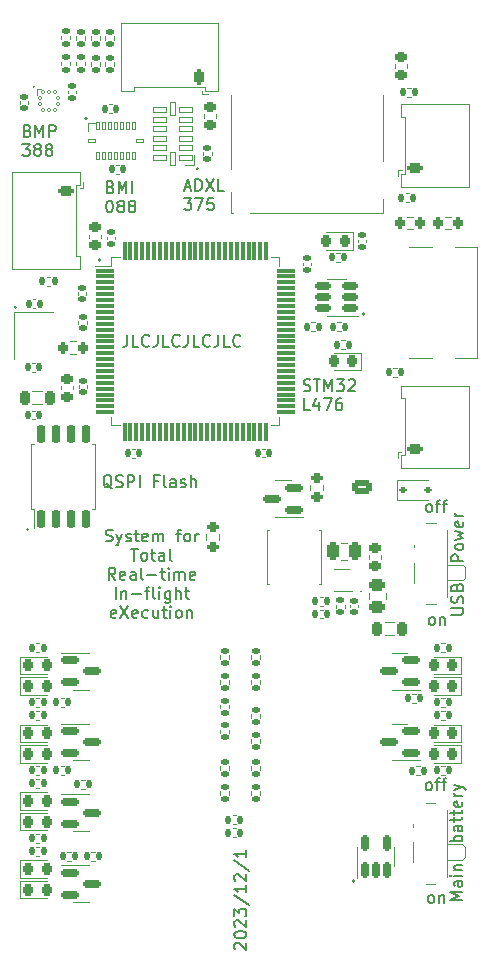
<source format=gto>
%TF.GenerationSoftware,KiCad,Pcbnew,7.0.2-0*%
%TF.CreationDate,2023-12-01T11:24:17-06:00*%
%TF.ProjectId,Flight Computer,466c6967-6874-4204-936f-6d7075746572,1.1*%
%TF.SameCoordinates,Original*%
%TF.FileFunction,Legend,Top*%
%TF.FilePolarity,Positive*%
%FSLAX46Y46*%
G04 Gerber Fmt 4.6, Leading zero omitted, Abs format (unit mm)*
G04 Created by KiCad (PCBNEW 7.0.2-0) date 2023-12-01 11:24:17*
%MOMM*%
%LPD*%
G01*
G04 APERTURE LIST*
G04 Aperture macros list*
%AMRoundRect*
0 Rectangle with rounded corners*
0 $1 Rounding radius*
0 $2 $3 $4 $5 $6 $7 $8 $9 X,Y pos of 4 corners*
0 Add a 4 corners polygon primitive as box body*
4,1,4,$2,$3,$4,$5,$6,$7,$8,$9,$2,$3,0*
0 Add four circle primitives for the rounded corners*
1,1,$1+$1,$2,$3*
1,1,$1+$1,$4,$5*
1,1,$1+$1,$6,$7*
1,1,$1+$1,$8,$9*
0 Add four rect primitives between the rounded corners*
20,1,$1+$1,$2,$3,$4,$5,0*
20,1,$1+$1,$4,$5,$6,$7,0*
20,1,$1+$1,$6,$7,$8,$9,0*
20,1,$1+$1,$8,$9,$2,$3,0*%
G04 Aperture macros list end*
%ADD10C,0.150000*%
%ADD11C,0.153000*%
%ADD12C,0.120000*%
%ADD13C,0.100000*%
%ADD14RoundRect,0.218750X-0.218750X-0.256250X0.218750X-0.256250X0.218750X0.256250X-0.218750X0.256250X0*%
%ADD15RoundRect,0.135000X-0.135000X-0.185000X0.135000X-0.185000X0.135000X0.185000X-0.135000X0.185000X0*%
%ADD16RoundRect,0.150000X-0.587500X-0.150000X0.587500X-0.150000X0.587500X0.150000X-0.587500X0.150000X0*%
%ADD17RoundRect,0.200000X-0.275000X0.200000X-0.275000X-0.200000X0.275000X-0.200000X0.275000X0.200000X0*%
%ADD18RoundRect,0.135000X-0.185000X0.135000X-0.185000X-0.135000X0.185000X-0.135000X0.185000X0.135000X0*%
%ADD19RoundRect,0.150000X0.587500X0.150000X-0.587500X0.150000X-0.587500X-0.150000X0.587500X-0.150000X0*%
%ADD20RoundRect,0.218750X0.218750X0.256250X-0.218750X0.256250X-0.218750X-0.256250X0.218750X-0.256250X0*%
%ADD21RoundRect,0.225000X0.250000X-0.225000X0.250000X0.225000X-0.250000X0.225000X-0.250000X-0.225000X0*%
%ADD22RoundRect,0.135000X0.185000X-0.135000X0.185000X0.135000X-0.185000X0.135000X-0.185000X-0.135000X0*%
%ADD23RoundRect,0.200000X0.200000X0.275000X-0.200000X0.275000X-0.200000X-0.275000X0.200000X-0.275000X0*%
%ADD24RoundRect,0.140000X0.140000X0.170000X-0.140000X0.170000X-0.140000X-0.170000X0.140000X-0.170000X0*%
%ADD25RoundRect,0.243750X0.456250X-0.243750X0.456250X0.243750X-0.456250X0.243750X-0.456250X-0.243750X0*%
%ADD26RoundRect,0.225000X-0.250000X0.225000X-0.250000X-0.225000X0.250000X-0.225000X0.250000X0.225000X0*%
%ADD27RoundRect,0.140000X-0.140000X-0.170000X0.140000X-0.170000X0.140000X0.170000X-0.140000X0.170000X0*%
%ADD28R,0.800000X1.000000*%
%ADD29C,0.900000*%
%ADD30R,1.500000X0.700000*%
%ADD31RoundRect,0.140000X0.170000X-0.140000X0.170000X0.140000X-0.170000X0.140000X-0.170000X-0.140000X0*%
%ADD32RoundRect,0.218750X0.218750X0.381250X-0.218750X0.381250X-0.218750X-0.381250X0.218750X-0.381250X0*%
%ADD33RoundRect,0.200000X0.450000X-0.200000X0.450000X0.200000X-0.450000X0.200000X-0.450000X-0.200000X0*%
%ADD34O,1.300000X0.800000*%
%ADD35RoundRect,0.140000X-0.170000X0.140000X-0.170000X-0.140000X0.170000X-0.140000X0.170000X0.140000X0*%
%ADD36RoundRect,0.135000X0.135000X0.185000X-0.135000X0.185000X-0.135000X-0.185000X0.135000X-0.185000X0*%
%ADD37R,3.700000X1.100000*%
%ADD38RoundRect,0.112500X-0.187500X-0.112500X0.187500X-0.112500X0.187500X0.112500X-0.187500X0.112500X0*%
%ADD39RoundRect,0.075000X-0.725000X-0.075000X0.725000X-0.075000X0.725000X0.075000X-0.725000X0.075000X0*%
%ADD40RoundRect,0.075000X-0.075000X-0.725000X0.075000X-0.725000X0.075000X0.725000X-0.075000X0.725000X0*%
%ADD41C,0.650000*%
%ADD42R,1.450000X0.600000*%
%ADD43R,1.450000X0.300000*%
%ADD44O,2.100000X1.000000*%
%ADD45O,1.600000X1.000000*%
%ADD46RoundRect,0.150000X0.150000X-0.512500X0.150000X0.512500X-0.150000X0.512500X-0.150000X-0.512500X0*%
%ADD47RoundRect,0.200000X0.200000X0.450000X-0.200000X0.450000X-0.200000X-0.450000X0.200000X-0.450000X0*%
%ADD48O,0.800000X1.300000*%
%ADD49RoundRect,0.150000X0.512500X0.150000X-0.512500X0.150000X-0.512500X-0.150000X0.512500X-0.150000X0*%
%ADD50R,0.700000X1.750000*%
%ADD51R,1.450000X1.000000*%
%ADD52R,1.000000X1.550000*%
%ADD53R,0.800000X1.500000*%
%ADD54R,1.300000X1.500000*%
%ADD55R,1.500000X1.500000*%
%ADD56R,0.800000X1.400000*%
%ADD57RoundRect,0.200000X0.275000X-0.200000X0.275000X0.200000X-0.275000X0.200000X-0.275000X-0.200000X0*%
%ADD58RoundRect,0.200000X-0.200000X-0.275000X0.200000X-0.275000X0.200000X0.275000X-0.200000X0.275000X0*%
%ADD59R,1.200000X1.400000*%
%ADD60RoundRect,0.012500X0.112500X-0.325000X0.112500X0.325000X-0.112500X0.325000X-0.112500X-0.325000X0*%
%ADD61RoundRect,0.012500X0.325000X-0.112500X0.325000X0.112500X-0.325000X0.112500X-0.325000X-0.112500X0*%
%ADD62RoundRect,0.200000X-0.450000X0.200000X-0.450000X-0.200000X0.450000X-0.200000X0.450000X0.200000X0*%
%ADD63RoundRect,0.250000X-0.250000X-0.475000X0.250000X-0.475000X0.250000X0.475000X-0.250000X0.475000X0*%
%ADD64RoundRect,0.012500X0.125000X-0.112500X0.125000X0.112500X-0.125000X0.112500X-0.125000X-0.112500X0*%
%ADD65RoundRect,0.012500X0.112500X-0.125000X0.112500X0.125000X-0.112500X0.125000X-0.112500X-0.125000X0*%
%ADD66RoundRect,0.027500X0.545000X0.247500X-0.545000X0.247500X-0.545000X-0.247500X0.545000X-0.247500X0*%
%ADD67RoundRect,0.027500X0.247500X0.545000X-0.247500X0.545000X-0.247500X-0.545000X0.247500X-0.545000X0*%
%ADD68RoundRect,0.150000X0.150000X-0.650000X0.150000X0.650000X-0.150000X0.650000X-0.150000X-0.650000X0*%
%ADD69R,0.700000X0.340000*%
%ADD70RoundRect,0.250000X-0.625000X0.350000X-0.625000X-0.350000X0.625000X-0.350000X0.625000X0.350000X0*%
%ADD71O,1.750000X1.200000*%
%ADD72C,2.000000*%
%ADD73R,2.000000X2.000000*%
G04 APERTURE END LIST*
D10*
X90492111Y-26700000D02*
G75*
G03*
X90492111Y-26700000I-72111J0D01*
G01*
X113710000Y-66740000D02*
G75*
G03*
X113710000Y-66740000I-30000J0D01*
G01*
X86000000Y-24000000D02*
G75*
G03*
X86000000Y-24000000I-30000J0D01*
G01*
X113140000Y-91250000D02*
G75*
G03*
X113140000Y-91250000I-70000J0D01*
G01*
X99920711Y-30960000D02*
G75*
G03*
X99920711Y-30960000I-70711J0D01*
G01*
X85550000Y-61510000D02*
G75*
G03*
X85550000Y-61510000I-70000J0D01*
G01*
X91645440Y-38690000D02*
G75*
G03*
X91645440Y-38690000I-85440J0D01*
G01*
X84512111Y-42690000D02*
G75*
G03*
X84512111Y-42690000I-72111J0D01*
G01*
X114030623Y-43250000D02*
G75*
G03*
X114030623Y-43250000I-80623J0D01*
G01*
D11*
X121377619Y-68711904D02*
X122187142Y-68711904D01*
X122187142Y-68711904D02*
X122282380Y-68664285D01*
X122282380Y-68664285D02*
X122330000Y-68616666D01*
X122330000Y-68616666D02*
X122377619Y-68521428D01*
X122377619Y-68521428D02*
X122377619Y-68330952D01*
X122377619Y-68330952D02*
X122330000Y-68235714D01*
X122330000Y-68235714D02*
X122282380Y-68188095D01*
X122282380Y-68188095D02*
X122187142Y-68140476D01*
X122187142Y-68140476D02*
X121377619Y-68140476D01*
X122330000Y-67711904D02*
X122377619Y-67569047D01*
X122377619Y-67569047D02*
X122377619Y-67330952D01*
X122377619Y-67330952D02*
X122330000Y-67235714D01*
X122330000Y-67235714D02*
X122282380Y-67188095D01*
X122282380Y-67188095D02*
X122187142Y-67140476D01*
X122187142Y-67140476D02*
X122091904Y-67140476D01*
X122091904Y-67140476D02*
X121996666Y-67188095D01*
X121996666Y-67188095D02*
X121949047Y-67235714D01*
X121949047Y-67235714D02*
X121901428Y-67330952D01*
X121901428Y-67330952D02*
X121853809Y-67521428D01*
X121853809Y-67521428D02*
X121806190Y-67616666D01*
X121806190Y-67616666D02*
X121758571Y-67664285D01*
X121758571Y-67664285D02*
X121663333Y-67711904D01*
X121663333Y-67711904D02*
X121568095Y-67711904D01*
X121568095Y-67711904D02*
X121472857Y-67664285D01*
X121472857Y-67664285D02*
X121425238Y-67616666D01*
X121425238Y-67616666D02*
X121377619Y-67521428D01*
X121377619Y-67521428D02*
X121377619Y-67283333D01*
X121377619Y-67283333D02*
X121425238Y-67140476D01*
X121853809Y-66378571D02*
X121901428Y-66235714D01*
X121901428Y-66235714D02*
X121949047Y-66188095D01*
X121949047Y-66188095D02*
X122044285Y-66140476D01*
X122044285Y-66140476D02*
X122187142Y-66140476D01*
X122187142Y-66140476D02*
X122282380Y-66188095D01*
X122282380Y-66188095D02*
X122330000Y-66235714D01*
X122330000Y-66235714D02*
X122377619Y-66330952D01*
X122377619Y-66330952D02*
X122377619Y-66711904D01*
X122377619Y-66711904D02*
X121377619Y-66711904D01*
X121377619Y-66711904D02*
X121377619Y-66378571D01*
X121377619Y-66378571D02*
X121425238Y-66283333D01*
X121425238Y-66283333D02*
X121472857Y-66235714D01*
X121472857Y-66235714D02*
X121568095Y-66188095D01*
X121568095Y-66188095D02*
X121663333Y-66188095D01*
X121663333Y-66188095D02*
X121758571Y-66235714D01*
X121758571Y-66235714D02*
X121806190Y-66283333D01*
X121806190Y-66283333D02*
X121853809Y-66378571D01*
X121853809Y-66378571D02*
X121853809Y-66711904D01*
X122377619Y-64188094D02*
X121377619Y-64188094D01*
X121377619Y-64188094D02*
X121377619Y-63807142D01*
X121377619Y-63807142D02*
X121425238Y-63711904D01*
X121425238Y-63711904D02*
X121472857Y-63664285D01*
X121472857Y-63664285D02*
X121568095Y-63616666D01*
X121568095Y-63616666D02*
X121710952Y-63616666D01*
X121710952Y-63616666D02*
X121806190Y-63664285D01*
X121806190Y-63664285D02*
X121853809Y-63711904D01*
X121853809Y-63711904D02*
X121901428Y-63807142D01*
X121901428Y-63807142D02*
X121901428Y-64188094D01*
X122377619Y-63045237D02*
X122330000Y-63140475D01*
X122330000Y-63140475D02*
X122282380Y-63188094D01*
X122282380Y-63188094D02*
X122187142Y-63235713D01*
X122187142Y-63235713D02*
X121901428Y-63235713D01*
X121901428Y-63235713D02*
X121806190Y-63188094D01*
X121806190Y-63188094D02*
X121758571Y-63140475D01*
X121758571Y-63140475D02*
X121710952Y-63045237D01*
X121710952Y-63045237D02*
X121710952Y-62902380D01*
X121710952Y-62902380D02*
X121758571Y-62807142D01*
X121758571Y-62807142D02*
X121806190Y-62759523D01*
X121806190Y-62759523D02*
X121901428Y-62711904D01*
X121901428Y-62711904D02*
X122187142Y-62711904D01*
X122187142Y-62711904D02*
X122282380Y-62759523D01*
X122282380Y-62759523D02*
X122330000Y-62807142D01*
X122330000Y-62807142D02*
X122377619Y-62902380D01*
X122377619Y-62902380D02*
X122377619Y-63045237D01*
X121710952Y-62378570D02*
X122377619Y-62188094D01*
X122377619Y-62188094D02*
X121901428Y-61997618D01*
X121901428Y-61997618D02*
X122377619Y-61807142D01*
X122377619Y-61807142D02*
X121710952Y-61616666D01*
X122330000Y-60854761D02*
X122377619Y-60949999D01*
X122377619Y-60949999D02*
X122377619Y-61140475D01*
X122377619Y-61140475D02*
X122330000Y-61235713D01*
X122330000Y-61235713D02*
X122234761Y-61283332D01*
X122234761Y-61283332D02*
X121853809Y-61283332D01*
X121853809Y-61283332D02*
X121758571Y-61235713D01*
X121758571Y-61235713D02*
X121710952Y-61140475D01*
X121710952Y-61140475D02*
X121710952Y-60949999D01*
X121710952Y-60949999D02*
X121758571Y-60854761D01*
X121758571Y-60854761D02*
X121853809Y-60807142D01*
X121853809Y-60807142D02*
X121949047Y-60807142D01*
X121949047Y-60807142D02*
X122044285Y-61283332D01*
X122377619Y-60378570D02*
X121710952Y-60378570D01*
X121901428Y-60378570D02*
X121806190Y-60330951D01*
X121806190Y-60330951D02*
X121758571Y-60283332D01*
X121758571Y-60283332D02*
X121710952Y-60188094D01*
X121710952Y-60188094D02*
X121710952Y-60092856D01*
X92109047Y-62470000D02*
X92251904Y-62517619D01*
X92251904Y-62517619D02*
X92489999Y-62517619D01*
X92489999Y-62517619D02*
X92585237Y-62470000D01*
X92585237Y-62470000D02*
X92632856Y-62422380D01*
X92632856Y-62422380D02*
X92680475Y-62327142D01*
X92680475Y-62327142D02*
X92680475Y-62231904D01*
X92680475Y-62231904D02*
X92632856Y-62136666D01*
X92632856Y-62136666D02*
X92585237Y-62089047D01*
X92585237Y-62089047D02*
X92489999Y-62041428D01*
X92489999Y-62041428D02*
X92299523Y-61993809D01*
X92299523Y-61993809D02*
X92204285Y-61946190D01*
X92204285Y-61946190D02*
X92156666Y-61898571D01*
X92156666Y-61898571D02*
X92109047Y-61803333D01*
X92109047Y-61803333D02*
X92109047Y-61708095D01*
X92109047Y-61708095D02*
X92156666Y-61612857D01*
X92156666Y-61612857D02*
X92204285Y-61565238D01*
X92204285Y-61565238D02*
X92299523Y-61517619D01*
X92299523Y-61517619D02*
X92537618Y-61517619D01*
X92537618Y-61517619D02*
X92680475Y-61565238D01*
X93013809Y-61850952D02*
X93251904Y-62517619D01*
X93489999Y-61850952D02*
X93251904Y-62517619D01*
X93251904Y-62517619D02*
X93156666Y-62755714D01*
X93156666Y-62755714D02*
X93109047Y-62803333D01*
X93109047Y-62803333D02*
X93013809Y-62850952D01*
X93823333Y-62470000D02*
X93918571Y-62517619D01*
X93918571Y-62517619D02*
X94109047Y-62517619D01*
X94109047Y-62517619D02*
X94204285Y-62470000D01*
X94204285Y-62470000D02*
X94251904Y-62374761D01*
X94251904Y-62374761D02*
X94251904Y-62327142D01*
X94251904Y-62327142D02*
X94204285Y-62231904D01*
X94204285Y-62231904D02*
X94109047Y-62184285D01*
X94109047Y-62184285D02*
X93966190Y-62184285D01*
X93966190Y-62184285D02*
X93870952Y-62136666D01*
X93870952Y-62136666D02*
X93823333Y-62041428D01*
X93823333Y-62041428D02*
X93823333Y-61993809D01*
X93823333Y-61993809D02*
X93870952Y-61898571D01*
X93870952Y-61898571D02*
X93966190Y-61850952D01*
X93966190Y-61850952D02*
X94109047Y-61850952D01*
X94109047Y-61850952D02*
X94204285Y-61898571D01*
X94537619Y-61850952D02*
X94918571Y-61850952D01*
X94680476Y-61517619D02*
X94680476Y-62374761D01*
X94680476Y-62374761D02*
X94728095Y-62470000D01*
X94728095Y-62470000D02*
X94823333Y-62517619D01*
X94823333Y-62517619D02*
X94918571Y-62517619D01*
X95632857Y-62470000D02*
X95537619Y-62517619D01*
X95537619Y-62517619D02*
X95347143Y-62517619D01*
X95347143Y-62517619D02*
X95251905Y-62470000D01*
X95251905Y-62470000D02*
X95204286Y-62374761D01*
X95204286Y-62374761D02*
X95204286Y-61993809D01*
X95204286Y-61993809D02*
X95251905Y-61898571D01*
X95251905Y-61898571D02*
X95347143Y-61850952D01*
X95347143Y-61850952D02*
X95537619Y-61850952D01*
X95537619Y-61850952D02*
X95632857Y-61898571D01*
X95632857Y-61898571D02*
X95680476Y-61993809D01*
X95680476Y-61993809D02*
X95680476Y-62089047D01*
X95680476Y-62089047D02*
X95204286Y-62184285D01*
X96109048Y-62517619D02*
X96109048Y-61850952D01*
X96109048Y-61946190D02*
X96156667Y-61898571D01*
X96156667Y-61898571D02*
X96251905Y-61850952D01*
X96251905Y-61850952D02*
X96394762Y-61850952D01*
X96394762Y-61850952D02*
X96490000Y-61898571D01*
X96490000Y-61898571D02*
X96537619Y-61993809D01*
X96537619Y-61993809D02*
X96537619Y-62517619D01*
X96537619Y-61993809D02*
X96585238Y-61898571D01*
X96585238Y-61898571D02*
X96680476Y-61850952D01*
X96680476Y-61850952D02*
X96823333Y-61850952D01*
X96823333Y-61850952D02*
X96918572Y-61898571D01*
X96918572Y-61898571D02*
X96966191Y-61993809D01*
X96966191Y-61993809D02*
X96966191Y-62517619D01*
X98061429Y-61850952D02*
X98442381Y-61850952D01*
X98204286Y-62517619D02*
X98204286Y-61660476D01*
X98204286Y-61660476D02*
X98251905Y-61565238D01*
X98251905Y-61565238D02*
X98347143Y-61517619D01*
X98347143Y-61517619D02*
X98442381Y-61517619D01*
X98918572Y-62517619D02*
X98823334Y-62470000D01*
X98823334Y-62470000D02*
X98775715Y-62422380D01*
X98775715Y-62422380D02*
X98728096Y-62327142D01*
X98728096Y-62327142D02*
X98728096Y-62041428D01*
X98728096Y-62041428D02*
X98775715Y-61946190D01*
X98775715Y-61946190D02*
X98823334Y-61898571D01*
X98823334Y-61898571D02*
X98918572Y-61850952D01*
X98918572Y-61850952D02*
X99061429Y-61850952D01*
X99061429Y-61850952D02*
X99156667Y-61898571D01*
X99156667Y-61898571D02*
X99204286Y-61946190D01*
X99204286Y-61946190D02*
X99251905Y-62041428D01*
X99251905Y-62041428D02*
X99251905Y-62327142D01*
X99251905Y-62327142D02*
X99204286Y-62422380D01*
X99204286Y-62422380D02*
X99156667Y-62470000D01*
X99156667Y-62470000D02*
X99061429Y-62517619D01*
X99061429Y-62517619D02*
X98918572Y-62517619D01*
X99680477Y-62517619D02*
X99680477Y-61850952D01*
X99680477Y-62041428D02*
X99728096Y-61946190D01*
X99728096Y-61946190D02*
X99775715Y-61898571D01*
X99775715Y-61898571D02*
X99870953Y-61850952D01*
X99870953Y-61850952D02*
X99966191Y-61850952D01*
X94251904Y-63137619D02*
X94823332Y-63137619D01*
X94537618Y-64137619D02*
X94537618Y-63137619D01*
X95299523Y-64137619D02*
X95204285Y-64090000D01*
X95204285Y-64090000D02*
X95156666Y-64042380D01*
X95156666Y-64042380D02*
X95109047Y-63947142D01*
X95109047Y-63947142D02*
X95109047Y-63661428D01*
X95109047Y-63661428D02*
X95156666Y-63566190D01*
X95156666Y-63566190D02*
X95204285Y-63518571D01*
X95204285Y-63518571D02*
X95299523Y-63470952D01*
X95299523Y-63470952D02*
X95442380Y-63470952D01*
X95442380Y-63470952D02*
X95537618Y-63518571D01*
X95537618Y-63518571D02*
X95585237Y-63566190D01*
X95585237Y-63566190D02*
X95632856Y-63661428D01*
X95632856Y-63661428D02*
X95632856Y-63947142D01*
X95632856Y-63947142D02*
X95585237Y-64042380D01*
X95585237Y-64042380D02*
X95537618Y-64090000D01*
X95537618Y-64090000D02*
X95442380Y-64137619D01*
X95442380Y-64137619D02*
X95299523Y-64137619D01*
X95918571Y-63470952D02*
X96299523Y-63470952D01*
X96061428Y-63137619D02*
X96061428Y-63994761D01*
X96061428Y-63994761D02*
X96109047Y-64090000D01*
X96109047Y-64090000D02*
X96204285Y-64137619D01*
X96204285Y-64137619D02*
X96299523Y-64137619D01*
X97061428Y-64137619D02*
X97061428Y-63613809D01*
X97061428Y-63613809D02*
X97013809Y-63518571D01*
X97013809Y-63518571D02*
X96918571Y-63470952D01*
X96918571Y-63470952D02*
X96728095Y-63470952D01*
X96728095Y-63470952D02*
X96632857Y-63518571D01*
X97061428Y-64090000D02*
X96966190Y-64137619D01*
X96966190Y-64137619D02*
X96728095Y-64137619D01*
X96728095Y-64137619D02*
X96632857Y-64090000D01*
X96632857Y-64090000D02*
X96585238Y-63994761D01*
X96585238Y-63994761D02*
X96585238Y-63899523D01*
X96585238Y-63899523D02*
X96632857Y-63804285D01*
X96632857Y-63804285D02*
X96728095Y-63756666D01*
X96728095Y-63756666D02*
X96966190Y-63756666D01*
X96966190Y-63756666D02*
X97061428Y-63709047D01*
X97680476Y-64137619D02*
X97585238Y-64090000D01*
X97585238Y-64090000D02*
X97537619Y-63994761D01*
X97537619Y-63994761D02*
X97537619Y-63137619D01*
X92918571Y-65757619D02*
X92585238Y-65281428D01*
X92347143Y-65757619D02*
X92347143Y-64757619D01*
X92347143Y-64757619D02*
X92728095Y-64757619D01*
X92728095Y-64757619D02*
X92823333Y-64805238D01*
X92823333Y-64805238D02*
X92870952Y-64852857D01*
X92870952Y-64852857D02*
X92918571Y-64948095D01*
X92918571Y-64948095D02*
X92918571Y-65090952D01*
X92918571Y-65090952D02*
X92870952Y-65186190D01*
X92870952Y-65186190D02*
X92823333Y-65233809D01*
X92823333Y-65233809D02*
X92728095Y-65281428D01*
X92728095Y-65281428D02*
X92347143Y-65281428D01*
X93728095Y-65710000D02*
X93632857Y-65757619D01*
X93632857Y-65757619D02*
X93442381Y-65757619D01*
X93442381Y-65757619D02*
X93347143Y-65710000D01*
X93347143Y-65710000D02*
X93299524Y-65614761D01*
X93299524Y-65614761D02*
X93299524Y-65233809D01*
X93299524Y-65233809D02*
X93347143Y-65138571D01*
X93347143Y-65138571D02*
X93442381Y-65090952D01*
X93442381Y-65090952D02*
X93632857Y-65090952D01*
X93632857Y-65090952D02*
X93728095Y-65138571D01*
X93728095Y-65138571D02*
X93775714Y-65233809D01*
X93775714Y-65233809D02*
X93775714Y-65329047D01*
X93775714Y-65329047D02*
X93299524Y-65424285D01*
X94632857Y-65757619D02*
X94632857Y-65233809D01*
X94632857Y-65233809D02*
X94585238Y-65138571D01*
X94585238Y-65138571D02*
X94490000Y-65090952D01*
X94490000Y-65090952D02*
X94299524Y-65090952D01*
X94299524Y-65090952D02*
X94204286Y-65138571D01*
X94632857Y-65710000D02*
X94537619Y-65757619D01*
X94537619Y-65757619D02*
X94299524Y-65757619D01*
X94299524Y-65757619D02*
X94204286Y-65710000D01*
X94204286Y-65710000D02*
X94156667Y-65614761D01*
X94156667Y-65614761D02*
X94156667Y-65519523D01*
X94156667Y-65519523D02*
X94204286Y-65424285D01*
X94204286Y-65424285D02*
X94299524Y-65376666D01*
X94299524Y-65376666D02*
X94537619Y-65376666D01*
X94537619Y-65376666D02*
X94632857Y-65329047D01*
X95251905Y-65757619D02*
X95156667Y-65710000D01*
X95156667Y-65710000D02*
X95109048Y-65614761D01*
X95109048Y-65614761D02*
X95109048Y-64757619D01*
X95632858Y-65376666D02*
X96394763Y-65376666D01*
X96728096Y-65090952D02*
X97109048Y-65090952D01*
X96870953Y-64757619D02*
X96870953Y-65614761D01*
X96870953Y-65614761D02*
X96918572Y-65710000D01*
X96918572Y-65710000D02*
X97013810Y-65757619D01*
X97013810Y-65757619D02*
X97109048Y-65757619D01*
X97442382Y-65757619D02*
X97442382Y-65090952D01*
X97442382Y-64757619D02*
X97394763Y-64805238D01*
X97394763Y-64805238D02*
X97442382Y-64852857D01*
X97442382Y-64852857D02*
X97490001Y-64805238D01*
X97490001Y-64805238D02*
X97442382Y-64757619D01*
X97442382Y-64757619D02*
X97442382Y-64852857D01*
X97918572Y-65757619D02*
X97918572Y-65090952D01*
X97918572Y-65186190D02*
X97966191Y-65138571D01*
X97966191Y-65138571D02*
X98061429Y-65090952D01*
X98061429Y-65090952D02*
X98204286Y-65090952D01*
X98204286Y-65090952D02*
X98299524Y-65138571D01*
X98299524Y-65138571D02*
X98347143Y-65233809D01*
X98347143Y-65233809D02*
X98347143Y-65757619D01*
X98347143Y-65233809D02*
X98394762Y-65138571D01*
X98394762Y-65138571D02*
X98490000Y-65090952D01*
X98490000Y-65090952D02*
X98632857Y-65090952D01*
X98632857Y-65090952D02*
X98728096Y-65138571D01*
X98728096Y-65138571D02*
X98775715Y-65233809D01*
X98775715Y-65233809D02*
X98775715Y-65757619D01*
X99632857Y-65710000D02*
X99537619Y-65757619D01*
X99537619Y-65757619D02*
X99347143Y-65757619D01*
X99347143Y-65757619D02*
X99251905Y-65710000D01*
X99251905Y-65710000D02*
X99204286Y-65614761D01*
X99204286Y-65614761D02*
X99204286Y-65233809D01*
X99204286Y-65233809D02*
X99251905Y-65138571D01*
X99251905Y-65138571D02*
X99347143Y-65090952D01*
X99347143Y-65090952D02*
X99537619Y-65090952D01*
X99537619Y-65090952D02*
X99632857Y-65138571D01*
X99632857Y-65138571D02*
X99680476Y-65233809D01*
X99680476Y-65233809D02*
X99680476Y-65329047D01*
X99680476Y-65329047D02*
X99204286Y-65424285D01*
X92942381Y-67377619D02*
X92942381Y-66377619D01*
X93418571Y-66710952D02*
X93418571Y-67377619D01*
X93418571Y-66806190D02*
X93466190Y-66758571D01*
X93466190Y-66758571D02*
X93561428Y-66710952D01*
X93561428Y-66710952D02*
X93704285Y-66710952D01*
X93704285Y-66710952D02*
X93799523Y-66758571D01*
X93799523Y-66758571D02*
X93847142Y-66853809D01*
X93847142Y-66853809D02*
X93847142Y-67377619D01*
X94323333Y-66996666D02*
X95085238Y-66996666D01*
X95418571Y-66710952D02*
X95799523Y-66710952D01*
X95561428Y-67377619D02*
X95561428Y-66520476D01*
X95561428Y-66520476D02*
X95609047Y-66425238D01*
X95609047Y-66425238D02*
X95704285Y-66377619D01*
X95704285Y-66377619D02*
X95799523Y-66377619D01*
X96275714Y-67377619D02*
X96180476Y-67330000D01*
X96180476Y-67330000D02*
X96132857Y-67234761D01*
X96132857Y-67234761D02*
X96132857Y-66377619D01*
X96656667Y-67377619D02*
X96656667Y-66710952D01*
X96656667Y-66377619D02*
X96609048Y-66425238D01*
X96609048Y-66425238D02*
X96656667Y-66472857D01*
X96656667Y-66472857D02*
X96704286Y-66425238D01*
X96704286Y-66425238D02*
X96656667Y-66377619D01*
X96656667Y-66377619D02*
X96656667Y-66472857D01*
X97561428Y-66710952D02*
X97561428Y-67520476D01*
X97561428Y-67520476D02*
X97513809Y-67615714D01*
X97513809Y-67615714D02*
X97466190Y-67663333D01*
X97466190Y-67663333D02*
X97370952Y-67710952D01*
X97370952Y-67710952D02*
X97228095Y-67710952D01*
X97228095Y-67710952D02*
X97132857Y-67663333D01*
X97561428Y-67330000D02*
X97466190Y-67377619D01*
X97466190Y-67377619D02*
X97275714Y-67377619D01*
X97275714Y-67377619D02*
X97180476Y-67330000D01*
X97180476Y-67330000D02*
X97132857Y-67282380D01*
X97132857Y-67282380D02*
X97085238Y-67187142D01*
X97085238Y-67187142D02*
X97085238Y-66901428D01*
X97085238Y-66901428D02*
X97132857Y-66806190D01*
X97132857Y-66806190D02*
X97180476Y-66758571D01*
X97180476Y-66758571D02*
X97275714Y-66710952D01*
X97275714Y-66710952D02*
X97466190Y-66710952D01*
X97466190Y-66710952D02*
X97561428Y-66758571D01*
X98037619Y-67377619D02*
X98037619Y-66377619D01*
X98466190Y-67377619D02*
X98466190Y-66853809D01*
X98466190Y-66853809D02*
X98418571Y-66758571D01*
X98418571Y-66758571D02*
X98323333Y-66710952D01*
X98323333Y-66710952D02*
X98180476Y-66710952D01*
X98180476Y-66710952D02*
X98085238Y-66758571D01*
X98085238Y-66758571D02*
X98037619Y-66806190D01*
X98799524Y-66710952D02*
X99180476Y-66710952D01*
X98942381Y-66377619D02*
X98942381Y-67234761D01*
X98942381Y-67234761D02*
X98990000Y-67330000D01*
X98990000Y-67330000D02*
X99085238Y-67377619D01*
X99085238Y-67377619D02*
X99180476Y-67377619D01*
X92966190Y-68950000D02*
X92870952Y-68997619D01*
X92870952Y-68997619D02*
X92680476Y-68997619D01*
X92680476Y-68997619D02*
X92585238Y-68950000D01*
X92585238Y-68950000D02*
X92537619Y-68854761D01*
X92537619Y-68854761D02*
X92537619Y-68473809D01*
X92537619Y-68473809D02*
X92585238Y-68378571D01*
X92585238Y-68378571D02*
X92680476Y-68330952D01*
X92680476Y-68330952D02*
X92870952Y-68330952D01*
X92870952Y-68330952D02*
X92966190Y-68378571D01*
X92966190Y-68378571D02*
X93013809Y-68473809D01*
X93013809Y-68473809D02*
X93013809Y-68569047D01*
X93013809Y-68569047D02*
X92537619Y-68664285D01*
X93347143Y-67997619D02*
X94013809Y-68997619D01*
X94013809Y-67997619D02*
X93347143Y-68997619D01*
X94775714Y-68950000D02*
X94680476Y-68997619D01*
X94680476Y-68997619D02*
X94490000Y-68997619D01*
X94490000Y-68997619D02*
X94394762Y-68950000D01*
X94394762Y-68950000D02*
X94347143Y-68854761D01*
X94347143Y-68854761D02*
X94347143Y-68473809D01*
X94347143Y-68473809D02*
X94394762Y-68378571D01*
X94394762Y-68378571D02*
X94490000Y-68330952D01*
X94490000Y-68330952D02*
X94680476Y-68330952D01*
X94680476Y-68330952D02*
X94775714Y-68378571D01*
X94775714Y-68378571D02*
X94823333Y-68473809D01*
X94823333Y-68473809D02*
X94823333Y-68569047D01*
X94823333Y-68569047D02*
X94347143Y-68664285D01*
X95680476Y-68950000D02*
X95585238Y-68997619D01*
X95585238Y-68997619D02*
X95394762Y-68997619D01*
X95394762Y-68997619D02*
X95299524Y-68950000D01*
X95299524Y-68950000D02*
X95251905Y-68902380D01*
X95251905Y-68902380D02*
X95204286Y-68807142D01*
X95204286Y-68807142D02*
X95204286Y-68521428D01*
X95204286Y-68521428D02*
X95251905Y-68426190D01*
X95251905Y-68426190D02*
X95299524Y-68378571D01*
X95299524Y-68378571D02*
X95394762Y-68330952D01*
X95394762Y-68330952D02*
X95585238Y-68330952D01*
X95585238Y-68330952D02*
X95680476Y-68378571D01*
X96537619Y-68330952D02*
X96537619Y-68997619D01*
X96109048Y-68330952D02*
X96109048Y-68854761D01*
X96109048Y-68854761D02*
X96156667Y-68950000D01*
X96156667Y-68950000D02*
X96251905Y-68997619D01*
X96251905Y-68997619D02*
X96394762Y-68997619D01*
X96394762Y-68997619D02*
X96490000Y-68950000D01*
X96490000Y-68950000D02*
X96537619Y-68902380D01*
X96870953Y-68330952D02*
X97251905Y-68330952D01*
X97013810Y-67997619D02*
X97013810Y-68854761D01*
X97013810Y-68854761D02*
X97061429Y-68950000D01*
X97061429Y-68950000D02*
X97156667Y-68997619D01*
X97156667Y-68997619D02*
X97251905Y-68997619D01*
X97585239Y-68997619D02*
X97585239Y-68330952D01*
X97585239Y-67997619D02*
X97537620Y-68045238D01*
X97537620Y-68045238D02*
X97585239Y-68092857D01*
X97585239Y-68092857D02*
X97632858Y-68045238D01*
X97632858Y-68045238D02*
X97585239Y-67997619D01*
X97585239Y-67997619D02*
X97585239Y-68092857D01*
X98204286Y-68997619D02*
X98109048Y-68950000D01*
X98109048Y-68950000D02*
X98061429Y-68902380D01*
X98061429Y-68902380D02*
X98013810Y-68807142D01*
X98013810Y-68807142D02*
X98013810Y-68521428D01*
X98013810Y-68521428D02*
X98061429Y-68426190D01*
X98061429Y-68426190D02*
X98109048Y-68378571D01*
X98109048Y-68378571D02*
X98204286Y-68330952D01*
X98204286Y-68330952D02*
X98347143Y-68330952D01*
X98347143Y-68330952D02*
X98442381Y-68378571D01*
X98442381Y-68378571D02*
X98490000Y-68426190D01*
X98490000Y-68426190D02*
X98537619Y-68521428D01*
X98537619Y-68521428D02*
X98537619Y-68807142D01*
X98537619Y-68807142D02*
X98490000Y-68902380D01*
X98490000Y-68902380D02*
X98442381Y-68950000D01*
X98442381Y-68950000D02*
X98347143Y-68997619D01*
X98347143Y-68997619D02*
X98204286Y-68997619D01*
X98966191Y-68330952D02*
X98966191Y-68997619D01*
X98966191Y-68426190D02*
X99013810Y-68378571D01*
X99013810Y-68378571D02*
X99109048Y-68330952D01*
X99109048Y-68330952D02*
X99251905Y-68330952D01*
X99251905Y-68330952D02*
X99347143Y-68378571D01*
X99347143Y-68378571D02*
X99394762Y-68473809D01*
X99394762Y-68473809D02*
X99394762Y-68997619D01*
X92634761Y-58012857D02*
X92539523Y-57965238D01*
X92539523Y-57965238D02*
X92444285Y-57870000D01*
X92444285Y-57870000D02*
X92301428Y-57727142D01*
X92301428Y-57727142D02*
X92206190Y-57679523D01*
X92206190Y-57679523D02*
X92110952Y-57679523D01*
X92158571Y-57917619D02*
X92063333Y-57870000D01*
X92063333Y-57870000D02*
X91968095Y-57774761D01*
X91968095Y-57774761D02*
X91920476Y-57584285D01*
X91920476Y-57584285D02*
X91920476Y-57250952D01*
X91920476Y-57250952D02*
X91968095Y-57060476D01*
X91968095Y-57060476D02*
X92063333Y-56965238D01*
X92063333Y-56965238D02*
X92158571Y-56917619D01*
X92158571Y-56917619D02*
X92349047Y-56917619D01*
X92349047Y-56917619D02*
X92444285Y-56965238D01*
X92444285Y-56965238D02*
X92539523Y-57060476D01*
X92539523Y-57060476D02*
X92587142Y-57250952D01*
X92587142Y-57250952D02*
X92587142Y-57584285D01*
X92587142Y-57584285D02*
X92539523Y-57774761D01*
X92539523Y-57774761D02*
X92444285Y-57870000D01*
X92444285Y-57870000D02*
X92349047Y-57917619D01*
X92349047Y-57917619D02*
X92158571Y-57917619D01*
X92968095Y-57870000D02*
X93110952Y-57917619D01*
X93110952Y-57917619D02*
X93349047Y-57917619D01*
X93349047Y-57917619D02*
X93444285Y-57870000D01*
X93444285Y-57870000D02*
X93491904Y-57822380D01*
X93491904Y-57822380D02*
X93539523Y-57727142D01*
X93539523Y-57727142D02*
X93539523Y-57631904D01*
X93539523Y-57631904D02*
X93491904Y-57536666D01*
X93491904Y-57536666D02*
X93444285Y-57489047D01*
X93444285Y-57489047D02*
X93349047Y-57441428D01*
X93349047Y-57441428D02*
X93158571Y-57393809D01*
X93158571Y-57393809D02*
X93063333Y-57346190D01*
X93063333Y-57346190D02*
X93015714Y-57298571D01*
X93015714Y-57298571D02*
X92968095Y-57203333D01*
X92968095Y-57203333D02*
X92968095Y-57108095D01*
X92968095Y-57108095D02*
X93015714Y-57012857D01*
X93015714Y-57012857D02*
X93063333Y-56965238D01*
X93063333Y-56965238D02*
X93158571Y-56917619D01*
X93158571Y-56917619D02*
X93396666Y-56917619D01*
X93396666Y-56917619D02*
X93539523Y-56965238D01*
X93968095Y-57917619D02*
X93968095Y-56917619D01*
X93968095Y-56917619D02*
X94349047Y-56917619D01*
X94349047Y-56917619D02*
X94444285Y-56965238D01*
X94444285Y-56965238D02*
X94491904Y-57012857D01*
X94491904Y-57012857D02*
X94539523Y-57108095D01*
X94539523Y-57108095D02*
X94539523Y-57250952D01*
X94539523Y-57250952D02*
X94491904Y-57346190D01*
X94491904Y-57346190D02*
X94444285Y-57393809D01*
X94444285Y-57393809D02*
X94349047Y-57441428D01*
X94349047Y-57441428D02*
X93968095Y-57441428D01*
X94968095Y-57917619D02*
X94968095Y-56917619D01*
X96539523Y-57393809D02*
X96206190Y-57393809D01*
X96206190Y-57917619D02*
X96206190Y-56917619D01*
X96206190Y-56917619D02*
X96682380Y-56917619D01*
X97206190Y-57917619D02*
X97110952Y-57870000D01*
X97110952Y-57870000D02*
X97063333Y-57774761D01*
X97063333Y-57774761D02*
X97063333Y-56917619D01*
X98015714Y-57917619D02*
X98015714Y-57393809D01*
X98015714Y-57393809D02*
X97968095Y-57298571D01*
X97968095Y-57298571D02*
X97872857Y-57250952D01*
X97872857Y-57250952D02*
X97682381Y-57250952D01*
X97682381Y-57250952D02*
X97587143Y-57298571D01*
X98015714Y-57870000D02*
X97920476Y-57917619D01*
X97920476Y-57917619D02*
X97682381Y-57917619D01*
X97682381Y-57917619D02*
X97587143Y-57870000D01*
X97587143Y-57870000D02*
X97539524Y-57774761D01*
X97539524Y-57774761D02*
X97539524Y-57679523D01*
X97539524Y-57679523D02*
X97587143Y-57584285D01*
X97587143Y-57584285D02*
X97682381Y-57536666D01*
X97682381Y-57536666D02*
X97920476Y-57536666D01*
X97920476Y-57536666D02*
X98015714Y-57489047D01*
X98444286Y-57870000D02*
X98539524Y-57917619D01*
X98539524Y-57917619D02*
X98730000Y-57917619D01*
X98730000Y-57917619D02*
X98825238Y-57870000D01*
X98825238Y-57870000D02*
X98872857Y-57774761D01*
X98872857Y-57774761D02*
X98872857Y-57727142D01*
X98872857Y-57727142D02*
X98825238Y-57631904D01*
X98825238Y-57631904D02*
X98730000Y-57584285D01*
X98730000Y-57584285D02*
X98587143Y-57584285D01*
X98587143Y-57584285D02*
X98491905Y-57536666D01*
X98491905Y-57536666D02*
X98444286Y-57441428D01*
X98444286Y-57441428D02*
X98444286Y-57393809D01*
X98444286Y-57393809D02*
X98491905Y-57298571D01*
X98491905Y-57298571D02*
X98587143Y-57250952D01*
X98587143Y-57250952D02*
X98730000Y-57250952D01*
X98730000Y-57250952D02*
X98825238Y-57298571D01*
X99301429Y-57917619D02*
X99301429Y-56917619D01*
X99730000Y-57917619D02*
X99730000Y-57393809D01*
X99730000Y-57393809D02*
X99682381Y-57298571D01*
X99682381Y-57298571D02*
X99587143Y-57250952D01*
X99587143Y-57250952D02*
X99444286Y-57250952D01*
X99444286Y-57250952D02*
X99349048Y-57298571D01*
X99349048Y-57298571D02*
X99301429Y-57346190D01*
X119430952Y-60027619D02*
X119335714Y-59980000D01*
X119335714Y-59980000D02*
X119288095Y-59932380D01*
X119288095Y-59932380D02*
X119240476Y-59837142D01*
X119240476Y-59837142D02*
X119240476Y-59551428D01*
X119240476Y-59551428D02*
X119288095Y-59456190D01*
X119288095Y-59456190D02*
X119335714Y-59408571D01*
X119335714Y-59408571D02*
X119430952Y-59360952D01*
X119430952Y-59360952D02*
X119573809Y-59360952D01*
X119573809Y-59360952D02*
X119669047Y-59408571D01*
X119669047Y-59408571D02*
X119716666Y-59456190D01*
X119716666Y-59456190D02*
X119764285Y-59551428D01*
X119764285Y-59551428D02*
X119764285Y-59837142D01*
X119764285Y-59837142D02*
X119716666Y-59932380D01*
X119716666Y-59932380D02*
X119669047Y-59980000D01*
X119669047Y-59980000D02*
X119573809Y-60027619D01*
X119573809Y-60027619D02*
X119430952Y-60027619D01*
X120050000Y-59360952D02*
X120430952Y-59360952D01*
X120192857Y-60027619D02*
X120192857Y-59170476D01*
X120192857Y-59170476D02*
X120240476Y-59075238D01*
X120240476Y-59075238D02*
X120335714Y-59027619D01*
X120335714Y-59027619D02*
X120430952Y-59027619D01*
X120621429Y-59360952D02*
X121002381Y-59360952D01*
X120764286Y-60027619D02*
X120764286Y-59170476D01*
X120764286Y-59170476D02*
X120811905Y-59075238D01*
X120811905Y-59075238D02*
X120907143Y-59027619D01*
X120907143Y-59027619D02*
X121002381Y-59027619D01*
X108850476Y-49740000D02*
X108993333Y-49787619D01*
X108993333Y-49787619D02*
X109231428Y-49787619D01*
X109231428Y-49787619D02*
X109326666Y-49740000D01*
X109326666Y-49740000D02*
X109374285Y-49692380D01*
X109374285Y-49692380D02*
X109421904Y-49597142D01*
X109421904Y-49597142D02*
X109421904Y-49501904D01*
X109421904Y-49501904D02*
X109374285Y-49406666D01*
X109374285Y-49406666D02*
X109326666Y-49359047D01*
X109326666Y-49359047D02*
X109231428Y-49311428D01*
X109231428Y-49311428D02*
X109040952Y-49263809D01*
X109040952Y-49263809D02*
X108945714Y-49216190D01*
X108945714Y-49216190D02*
X108898095Y-49168571D01*
X108898095Y-49168571D02*
X108850476Y-49073333D01*
X108850476Y-49073333D02*
X108850476Y-48978095D01*
X108850476Y-48978095D02*
X108898095Y-48882857D01*
X108898095Y-48882857D02*
X108945714Y-48835238D01*
X108945714Y-48835238D02*
X109040952Y-48787619D01*
X109040952Y-48787619D02*
X109279047Y-48787619D01*
X109279047Y-48787619D02*
X109421904Y-48835238D01*
X109707619Y-48787619D02*
X110279047Y-48787619D01*
X109993333Y-49787619D02*
X109993333Y-48787619D01*
X110612381Y-49787619D02*
X110612381Y-48787619D01*
X110612381Y-48787619D02*
X110945714Y-49501904D01*
X110945714Y-49501904D02*
X111279047Y-48787619D01*
X111279047Y-48787619D02*
X111279047Y-49787619D01*
X111660000Y-48787619D02*
X112279047Y-48787619D01*
X112279047Y-48787619D02*
X111945714Y-49168571D01*
X111945714Y-49168571D02*
X112088571Y-49168571D01*
X112088571Y-49168571D02*
X112183809Y-49216190D01*
X112183809Y-49216190D02*
X112231428Y-49263809D01*
X112231428Y-49263809D02*
X112279047Y-49359047D01*
X112279047Y-49359047D02*
X112279047Y-49597142D01*
X112279047Y-49597142D02*
X112231428Y-49692380D01*
X112231428Y-49692380D02*
X112183809Y-49740000D01*
X112183809Y-49740000D02*
X112088571Y-49787619D01*
X112088571Y-49787619D02*
X111802857Y-49787619D01*
X111802857Y-49787619D02*
X111707619Y-49740000D01*
X111707619Y-49740000D02*
X111660000Y-49692380D01*
X112660000Y-48882857D02*
X112707619Y-48835238D01*
X112707619Y-48835238D02*
X112802857Y-48787619D01*
X112802857Y-48787619D02*
X113040952Y-48787619D01*
X113040952Y-48787619D02*
X113136190Y-48835238D01*
X113136190Y-48835238D02*
X113183809Y-48882857D01*
X113183809Y-48882857D02*
X113231428Y-48978095D01*
X113231428Y-48978095D02*
X113231428Y-49073333D01*
X113231428Y-49073333D02*
X113183809Y-49216190D01*
X113183809Y-49216190D02*
X112612381Y-49787619D01*
X112612381Y-49787619D02*
X113231428Y-49787619D01*
X109374285Y-51407619D02*
X108898095Y-51407619D01*
X108898095Y-51407619D02*
X108898095Y-50407619D01*
X110136190Y-50740952D02*
X110136190Y-51407619D01*
X109898095Y-50360000D02*
X109660000Y-51074285D01*
X109660000Y-51074285D02*
X110279047Y-51074285D01*
X110564762Y-50407619D02*
X111231428Y-50407619D01*
X111231428Y-50407619D02*
X110802857Y-51407619D01*
X112040952Y-50407619D02*
X111850476Y-50407619D01*
X111850476Y-50407619D02*
X111755238Y-50455238D01*
X111755238Y-50455238D02*
X111707619Y-50502857D01*
X111707619Y-50502857D02*
X111612381Y-50645714D01*
X111612381Y-50645714D02*
X111564762Y-50836190D01*
X111564762Y-50836190D02*
X111564762Y-51217142D01*
X111564762Y-51217142D02*
X111612381Y-51312380D01*
X111612381Y-51312380D02*
X111660000Y-51360000D01*
X111660000Y-51360000D02*
X111755238Y-51407619D01*
X111755238Y-51407619D02*
X111945714Y-51407619D01*
X111945714Y-51407619D02*
X112040952Y-51360000D01*
X112040952Y-51360000D02*
X112088571Y-51312380D01*
X112088571Y-51312380D02*
X112136190Y-51217142D01*
X112136190Y-51217142D02*
X112136190Y-50979047D01*
X112136190Y-50979047D02*
X112088571Y-50883809D01*
X112088571Y-50883809D02*
X112040952Y-50836190D01*
X112040952Y-50836190D02*
X111945714Y-50788571D01*
X111945714Y-50788571D02*
X111755238Y-50788571D01*
X111755238Y-50788571D02*
X111660000Y-50836190D01*
X111660000Y-50836190D02*
X111612381Y-50883809D01*
X111612381Y-50883809D02*
X111564762Y-50979047D01*
X85481428Y-27733809D02*
X85624285Y-27781428D01*
X85624285Y-27781428D02*
X85671904Y-27829047D01*
X85671904Y-27829047D02*
X85719523Y-27924285D01*
X85719523Y-27924285D02*
X85719523Y-28067142D01*
X85719523Y-28067142D02*
X85671904Y-28162380D01*
X85671904Y-28162380D02*
X85624285Y-28210000D01*
X85624285Y-28210000D02*
X85529047Y-28257619D01*
X85529047Y-28257619D02*
X85148095Y-28257619D01*
X85148095Y-28257619D02*
X85148095Y-27257619D01*
X85148095Y-27257619D02*
X85481428Y-27257619D01*
X85481428Y-27257619D02*
X85576666Y-27305238D01*
X85576666Y-27305238D02*
X85624285Y-27352857D01*
X85624285Y-27352857D02*
X85671904Y-27448095D01*
X85671904Y-27448095D02*
X85671904Y-27543333D01*
X85671904Y-27543333D02*
X85624285Y-27638571D01*
X85624285Y-27638571D02*
X85576666Y-27686190D01*
X85576666Y-27686190D02*
X85481428Y-27733809D01*
X85481428Y-27733809D02*
X85148095Y-27733809D01*
X86148095Y-28257619D02*
X86148095Y-27257619D01*
X86148095Y-27257619D02*
X86481428Y-27971904D01*
X86481428Y-27971904D02*
X86814761Y-27257619D01*
X86814761Y-27257619D02*
X86814761Y-28257619D01*
X87290952Y-28257619D02*
X87290952Y-27257619D01*
X87290952Y-27257619D02*
X87671904Y-27257619D01*
X87671904Y-27257619D02*
X87767142Y-27305238D01*
X87767142Y-27305238D02*
X87814761Y-27352857D01*
X87814761Y-27352857D02*
X87862380Y-27448095D01*
X87862380Y-27448095D02*
X87862380Y-27590952D01*
X87862380Y-27590952D02*
X87814761Y-27686190D01*
X87814761Y-27686190D02*
X87767142Y-27733809D01*
X87767142Y-27733809D02*
X87671904Y-27781428D01*
X87671904Y-27781428D02*
X87290952Y-27781428D01*
X85052857Y-28877619D02*
X85671904Y-28877619D01*
X85671904Y-28877619D02*
X85338571Y-29258571D01*
X85338571Y-29258571D02*
X85481428Y-29258571D01*
X85481428Y-29258571D02*
X85576666Y-29306190D01*
X85576666Y-29306190D02*
X85624285Y-29353809D01*
X85624285Y-29353809D02*
X85671904Y-29449047D01*
X85671904Y-29449047D02*
X85671904Y-29687142D01*
X85671904Y-29687142D02*
X85624285Y-29782380D01*
X85624285Y-29782380D02*
X85576666Y-29830000D01*
X85576666Y-29830000D02*
X85481428Y-29877619D01*
X85481428Y-29877619D02*
X85195714Y-29877619D01*
X85195714Y-29877619D02*
X85100476Y-29830000D01*
X85100476Y-29830000D02*
X85052857Y-29782380D01*
X86243333Y-29306190D02*
X86148095Y-29258571D01*
X86148095Y-29258571D02*
X86100476Y-29210952D01*
X86100476Y-29210952D02*
X86052857Y-29115714D01*
X86052857Y-29115714D02*
X86052857Y-29068095D01*
X86052857Y-29068095D02*
X86100476Y-28972857D01*
X86100476Y-28972857D02*
X86148095Y-28925238D01*
X86148095Y-28925238D02*
X86243333Y-28877619D01*
X86243333Y-28877619D02*
X86433809Y-28877619D01*
X86433809Y-28877619D02*
X86529047Y-28925238D01*
X86529047Y-28925238D02*
X86576666Y-28972857D01*
X86576666Y-28972857D02*
X86624285Y-29068095D01*
X86624285Y-29068095D02*
X86624285Y-29115714D01*
X86624285Y-29115714D02*
X86576666Y-29210952D01*
X86576666Y-29210952D02*
X86529047Y-29258571D01*
X86529047Y-29258571D02*
X86433809Y-29306190D01*
X86433809Y-29306190D02*
X86243333Y-29306190D01*
X86243333Y-29306190D02*
X86148095Y-29353809D01*
X86148095Y-29353809D02*
X86100476Y-29401428D01*
X86100476Y-29401428D02*
X86052857Y-29496666D01*
X86052857Y-29496666D02*
X86052857Y-29687142D01*
X86052857Y-29687142D02*
X86100476Y-29782380D01*
X86100476Y-29782380D02*
X86148095Y-29830000D01*
X86148095Y-29830000D02*
X86243333Y-29877619D01*
X86243333Y-29877619D02*
X86433809Y-29877619D01*
X86433809Y-29877619D02*
X86529047Y-29830000D01*
X86529047Y-29830000D02*
X86576666Y-29782380D01*
X86576666Y-29782380D02*
X86624285Y-29687142D01*
X86624285Y-29687142D02*
X86624285Y-29496666D01*
X86624285Y-29496666D02*
X86576666Y-29401428D01*
X86576666Y-29401428D02*
X86529047Y-29353809D01*
X86529047Y-29353809D02*
X86433809Y-29306190D01*
X87195714Y-29306190D02*
X87100476Y-29258571D01*
X87100476Y-29258571D02*
X87052857Y-29210952D01*
X87052857Y-29210952D02*
X87005238Y-29115714D01*
X87005238Y-29115714D02*
X87005238Y-29068095D01*
X87005238Y-29068095D02*
X87052857Y-28972857D01*
X87052857Y-28972857D02*
X87100476Y-28925238D01*
X87100476Y-28925238D02*
X87195714Y-28877619D01*
X87195714Y-28877619D02*
X87386190Y-28877619D01*
X87386190Y-28877619D02*
X87481428Y-28925238D01*
X87481428Y-28925238D02*
X87529047Y-28972857D01*
X87529047Y-28972857D02*
X87576666Y-29068095D01*
X87576666Y-29068095D02*
X87576666Y-29115714D01*
X87576666Y-29115714D02*
X87529047Y-29210952D01*
X87529047Y-29210952D02*
X87481428Y-29258571D01*
X87481428Y-29258571D02*
X87386190Y-29306190D01*
X87386190Y-29306190D02*
X87195714Y-29306190D01*
X87195714Y-29306190D02*
X87100476Y-29353809D01*
X87100476Y-29353809D02*
X87052857Y-29401428D01*
X87052857Y-29401428D02*
X87005238Y-29496666D01*
X87005238Y-29496666D02*
X87005238Y-29687142D01*
X87005238Y-29687142D02*
X87052857Y-29782380D01*
X87052857Y-29782380D02*
X87100476Y-29830000D01*
X87100476Y-29830000D02*
X87195714Y-29877619D01*
X87195714Y-29877619D02*
X87386190Y-29877619D01*
X87386190Y-29877619D02*
X87481428Y-29830000D01*
X87481428Y-29830000D02*
X87529047Y-29782380D01*
X87529047Y-29782380D02*
X87576666Y-29687142D01*
X87576666Y-29687142D02*
X87576666Y-29496666D01*
X87576666Y-29496666D02*
X87529047Y-29401428D01*
X87529047Y-29401428D02*
X87481428Y-29353809D01*
X87481428Y-29353809D02*
X87386190Y-29306190D01*
X93923809Y-45027619D02*
X93923809Y-45741904D01*
X93923809Y-45741904D02*
X93876190Y-45884761D01*
X93876190Y-45884761D02*
X93780952Y-45980000D01*
X93780952Y-45980000D02*
X93638095Y-46027619D01*
X93638095Y-46027619D02*
X93542857Y-46027619D01*
X94876190Y-46027619D02*
X94400000Y-46027619D01*
X94400000Y-46027619D02*
X94400000Y-45027619D01*
X95780952Y-45932380D02*
X95733333Y-45980000D01*
X95733333Y-45980000D02*
X95590476Y-46027619D01*
X95590476Y-46027619D02*
X95495238Y-46027619D01*
X95495238Y-46027619D02*
X95352381Y-45980000D01*
X95352381Y-45980000D02*
X95257143Y-45884761D01*
X95257143Y-45884761D02*
X95209524Y-45789523D01*
X95209524Y-45789523D02*
X95161905Y-45599047D01*
X95161905Y-45599047D02*
X95161905Y-45456190D01*
X95161905Y-45456190D02*
X95209524Y-45265714D01*
X95209524Y-45265714D02*
X95257143Y-45170476D01*
X95257143Y-45170476D02*
X95352381Y-45075238D01*
X95352381Y-45075238D02*
X95495238Y-45027619D01*
X95495238Y-45027619D02*
X95590476Y-45027619D01*
X95590476Y-45027619D02*
X95733333Y-45075238D01*
X95733333Y-45075238D02*
X95780952Y-45122857D01*
X96495238Y-45027619D02*
X96495238Y-45741904D01*
X96495238Y-45741904D02*
X96447619Y-45884761D01*
X96447619Y-45884761D02*
X96352381Y-45980000D01*
X96352381Y-45980000D02*
X96209524Y-46027619D01*
X96209524Y-46027619D02*
X96114286Y-46027619D01*
X97447619Y-46027619D02*
X96971429Y-46027619D01*
X96971429Y-46027619D02*
X96971429Y-45027619D01*
X98352381Y-45932380D02*
X98304762Y-45980000D01*
X98304762Y-45980000D02*
X98161905Y-46027619D01*
X98161905Y-46027619D02*
X98066667Y-46027619D01*
X98066667Y-46027619D02*
X97923810Y-45980000D01*
X97923810Y-45980000D02*
X97828572Y-45884761D01*
X97828572Y-45884761D02*
X97780953Y-45789523D01*
X97780953Y-45789523D02*
X97733334Y-45599047D01*
X97733334Y-45599047D02*
X97733334Y-45456190D01*
X97733334Y-45456190D02*
X97780953Y-45265714D01*
X97780953Y-45265714D02*
X97828572Y-45170476D01*
X97828572Y-45170476D02*
X97923810Y-45075238D01*
X97923810Y-45075238D02*
X98066667Y-45027619D01*
X98066667Y-45027619D02*
X98161905Y-45027619D01*
X98161905Y-45027619D02*
X98304762Y-45075238D01*
X98304762Y-45075238D02*
X98352381Y-45122857D01*
X99066667Y-45027619D02*
X99066667Y-45741904D01*
X99066667Y-45741904D02*
X99019048Y-45884761D01*
X99019048Y-45884761D02*
X98923810Y-45980000D01*
X98923810Y-45980000D02*
X98780953Y-46027619D01*
X98780953Y-46027619D02*
X98685715Y-46027619D01*
X100019048Y-46027619D02*
X99542858Y-46027619D01*
X99542858Y-46027619D02*
X99542858Y-45027619D01*
X100923810Y-45932380D02*
X100876191Y-45980000D01*
X100876191Y-45980000D02*
X100733334Y-46027619D01*
X100733334Y-46027619D02*
X100638096Y-46027619D01*
X100638096Y-46027619D02*
X100495239Y-45980000D01*
X100495239Y-45980000D02*
X100400001Y-45884761D01*
X100400001Y-45884761D02*
X100352382Y-45789523D01*
X100352382Y-45789523D02*
X100304763Y-45599047D01*
X100304763Y-45599047D02*
X100304763Y-45456190D01*
X100304763Y-45456190D02*
X100352382Y-45265714D01*
X100352382Y-45265714D02*
X100400001Y-45170476D01*
X100400001Y-45170476D02*
X100495239Y-45075238D01*
X100495239Y-45075238D02*
X100638096Y-45027619D01*
X100638096Y-45027619D02*
X100733334Y-45027619D01*
X100733334Y-45027619D02*
X100876191Y-45075238D01*
X100876191Y-45075238D02*
X100923810Y-45122857D01*
X101638096Y-45027619D02*
X101638096Y-45741904D01*
X101638096Y-45741904D02*
X101590477Y-45884761D01*
X101590477Y-45884761D02*
X101495239Y-45980000D01*
X101495239Y-45980000D02*
X101352382Y-46027619D01*
X101352382Y-46027619D02*
X101257144Y-46027619D01*
X102590477Y-46027619D02*
X102114287Y-46027619D01*
X102114287Y-46027619D02*
X102114287Y-45027619D01*
X103495239Y-45932380D02*
X103447620Y-45980000D01*
X103447620Y-45980000D02*
X103304763Y-46027619D01*
X103304763Y-46027619D02*
X103209525Y-46027619D01*
X103209525Y-46027619D02*
X103066668Y-45980000D01*
X103066668Y-45980000D02*
X102971430Y-45884761D01*
X102971430Y-45884761D02*
X102923811Y-45789523D01*
X102923811Y-45789523D02*
X102876192Y-45599047D01*
X102876192Y-45599047D02*
X102876192Y-45456190D01*
X102876192Y-45456190D02*
X102923811Y-45265714D01*
X102923811Y-45265714D02*
X102971430Y-45170476D01*
X102971430Y-45170476D02*
X103066668Y-45075238D01*
X103066668Y-45075238D02*
X103209525Y-45027619D01*
X103209525Y-45027619D02*
X103304763Y-45027619D01*
X103304763Y-45027619D02*
X103447620Y-45075238D01*
X103447620Y-45075238D02*
X103495239Y-45122857D01*
X119580952Y-93127619D02*
X119485714Y-93080000D01*
X119485714Y-93080000D02*
X119438095Y-93032380D01*
X119438095Y-93032380D02*
X119390476Y-92937142D01*
X119390476Y-92937142D02*
X119390476Y-92651428D01*
X119390476Y-92651428D02*
X119438095Y-92556190D01*
X119438095Y-92556190D02*
X119485714Y-92508571D01*
X119485714Y-92508571D02*
X119580952Y-92460952D01*
X119580952Y-92460952D02*
X119723809Y-92460952D01*
X119723809Y-92460952D02*
X119819047Y-92508571D01*
X119819047Y-92508571D02*
X119866666Y-92556190D01*
X119866666Y-92556190D02*
X119914285Y-92651428D01*
X119914285Y-92651428D02*
X119914285Y-92937142D01*
X119914285Y-92937142D02*
X119866666Y-93032380D01*
X119866666Y-93032380D02*
X119819047Y-93080000D01*
X119819047Y-93080000D02*
X119723809Y-93127619D01*
X119723809Y-93127619D02*
X119580952Y-93127619D01*
X120342857Y-92460952D02*
X120342857Y-93127619D01*
X120342857Y-92556190D02*
X120390476Y-92508571D01*
X120390476Y-92508571D02*
X120485714Y-92460952D01*
X120485714Y-92460952D02*
X120628571Y-92460952D01*
X120628571Y-92460952D02*
X120723809Y-92508571D01*
X120723809Y-92508571D02*
X120771428Y-92603809D01*
X120771428Y-92603809D02*
X120771428Y-93127619D01*
X92521428Y-32513809D02*
X92664285Y-32561428D01*
X92664285Y-32561428D02*
X92711904Y-32609047D01*
X92711904Y-32609047D02*
X92759523Y-32704285D01*
X92759523Y-32704285D02*
X92759523Y-32847142D01*
X92759523Y-32847142D02*
X92711904Y-32942380D01*
X92711904Y-32942380D02*
X92664285Y-32990000D01*
X92664285Y-32990000D02*
X92569047Y-33037619D01*
X92569047Y-33037619D02*
X92188095Y-33037619D01*
X92188095Y-33037619D02*
X92188095Y-32037619D01*
X92188095Y-32037619D02*
X92521428Y-32037619D01*
X92521428Y-32037619D02*
X92616666Y-32085238D01*
X92616666Y-32085238D02*
X92664285Y-32132857D01*
X92664285Y-32132857D02*
X92711904Y-32228095D01*
X92711904Y-32228095D02*
X92711904Y-32323333D01*
X92711904Y-32323333D02*
X92664285Y-32418571D01*
X92664285Y-32418571D02*
X92616666Y-32466190D01*
X92616666Y-32466190D02*
X92521428Y-32513809D01*
X92521428Y-32513809D02*
X92188095Y-32513809D01*
X93188095Y-33037619D02*
X93188095Y-32037619D01*
X93188095Y-32037619D02*
X93521428Y-32751904D01*
X93521428Y-32751904D02*
X93854761Y-32037619D01*
X93854761Y-32037619D02*
X93854761Y-33037619D01*
X94330952Y-33037619D02*
X94330952Y-32037619D01*
X92378571Y-33657619D02*
X92473809Y-33657619D01*
X92473809Y-33657619D02*
X92569047Y-33705238D01*
X92569047Y-33705238D02*
X92616666Y-33752857D01*
X92616666Y-33752857D02*
X92664285Y-33848095D01*
X92664285Y-33848095D02*
X92711904Y-34038571D01*
X92711904Y-34038571D02*
X92711904Y-34276666D01*
X92711904Y-34276666D02*
X92664285Y-34467142D01*
X92664285Y-34467142D02*
X92616666Y-34562380D01*
X92616666Y-34562380D02*
X92569047Y-34610000D01*
X92569047Y-34610000D02*
X92473809Y-34657619D01*
X92473809Y-34657619D02*
X92378571Y-34657619D01*
X92378571Y-34657619D02*
X92283333Y-34610000D01*
X92283333Y-34610000D02*
X92235714Y-34562380D01*
X92235714Y-34562380D02*
X92188095Y-34467142D01*
X92188095Y-34467142D02*
X92140476Y-34276666D01*
X92140476Y-34276666D02*
X92140476Y-34038571D01*
X92140476Y-34038571D02*
X92188095Y-33848095D01*
X92188095Y-33848095D02*
X92235714Y-33752857D01*
X92235714Y-33752857D02*
X92283333Y-33705238D01*
X92283333Y-33705238D02*
X92378571Y-33657619D01*
X93283333Y-34086190D02*
X93188095Y-34038571D01*
X93188095Y-34038571D02*
X93140476Y-33990952D01*
X93140476Y-33990952D02*
X93092857Y-33895714D01*
X93092857Y-33895714D02*
X93092857Y-33848095D01*
X93092857Y-33848095D02*
X93140476Y-33752857D01*
X93140476Y-33752857D02*
X93188095Y-33705238D01*
X93188095Y-33705238D02*
X93283333Y-33657619D01*
X93283333Y-33657619D02*
X93473809Y-33657619D01*
X93473809Y-33657619D02*
X93569047Y-33705238D01*
X93569047Y-33705238D02*
X93616666Y-33752857D01*
X93616666Y-33752857D02*
X93664285Y-33848095D01*
X93664285Y-33848095D02*
X93664285Y-33895714D01*
X93664285Y-33895714D02*
X93616666Y-33990952D01*
X93616666Y-33990952D02*
X93569047Y-34038571D01*
X93569047Y-34038571D02*
X93473809Y-34086190D01*
X93473809Y-34086190D02*
X93283333Y-34086190D01*
X93283333Y-34086190D02*
X93188095Y-34133809D01*
X93188095Y-34133809D02*
X93140476Y-34181428D01*
X93140476Y-34181428D02*
X93092857Y-34276666D01*
X93092857Y-34276666D02*
X93092857Y-34467142D01*
X93092857Y-34467142D02*
X93140476Y-34562380D01*
X93140476Y-34562380D02*
X93188095Y-34610000D01*
X93188095Y-34610000D02*
X93283333Y-34657619D01*
X93283333Y-34657619D02*
X93473809Y-34657619D01*
X93473809Y-34657619D02*
X93569047Y-34610000D01*
X93569047Y-34610000D02*
X93616666Y-34562380D01*
X93616666Y-34562380D02*
X93664285Y-34467142D01*
X93664285Y-34467142D02*
X93664285Y-34276666D01*
X93664285Y-34276666D02*
X93616666Y-34181428D01*
X93616666Y-34181428D02*
X93569047Y-34133809D01*
X93569047Y-34133809D02*
X93473809Y-34086190D01*
X94235714Y-34086190D02*
X94140476Y-34038571D01*
X94140476Y-34038571D02*
X94092857Y-33990952D01*
X94092857Y-33990952D02*
X94045238Y-33895714D01*
X94045238Y-33895714D02*
X94045238Y-33848095D01*
X94045238Y-33848095D02*
X94092857Y-33752857D01*
X94092857Y-33752857D02*
X94140476Y-33705238D01*
X94140476Y-33705238D02*
X94235714Y-33657619D01*
X94235714Y-33657619D02*
X94426190Y-33657619D01*
X94426190Y-33657619D02*
X94521428Y-33705238D01*
X94521428Y-33705238D02*
X94569047Y-33752857D01*
X94569047Y-33752857D02*
X94616666Y-33848095D01*
X94616666Y-33848095D02*
X94616666Y-33895714D01*
X94616666Y-33895714D02*
X94569047Y-33990952D01*
X94569047Y-33990952D02*
X94521428Y-34038571D01*
X94521428Y-34038571D02*
X94426190Y-34086190D01*
X94426190Y-34086190D02*
X94235714Y-34086190D01*
X94235714Y-34086190D02*
X94140476Y-34133809D01*
X94140476Y-34133809D02*
X94092857Y-34181428D01*
X94092857Y-34181428D02*
X94045238Y-34276666D01*
X94045238Y-34276666D02*
X94045238Y-34467142D01*
X94045238Y-34467142D02*
X94092857Y-34562380D01*
X94092857Y-34562380D02*
X94140476Y-34610000D01*
X94140476Y-34610000D02*
X94235714Y-34657619D01*
X94235714Y-34657619D02*
X94426190Y-34657619D01*
X94426190Y-34657619D02*
X94521428Y-34610000D01*
X94521428Y-34610000D02*
X94569047Y-34562380D01*
X94569047Y-34562380D02*
X94616666Y-34467142D01*
X94616666Y-34467142D02*
X94616666Y-34276666D01*
X94616666Y-34276666D02*
X94569047Y-34181428D01*
X94569047Y-34181428D02*
X94521428Y-34133809D01*
X94521428Y-34133809D02*
X94426190Y-34086190D01*
X122277619Y-92861904D02*
X121277619Y-92861904D01*
X121277619Y-92861904D02*
X121991904Y-92528571D01*
X121991904Y-92528571D02*
X121277619Y-92195238D01*
X121277619Y-92195238D02*
X122277619Y-92195238D01*
X122277619Y-91290476D02*
X121753809Y-91290476D01*
X121753809Y-91290476D02*
X121658571Y-91338095D01*
X121658571Y-91338095D02*
X121610952Y-91433333D01*
X121610952Y-91433333D02*
X121610952Y-91623809D01*
X121610952Y-91623809D02*
X121658571Y-91719047D01*
X122230000Y-91290476D02*
X122277619Y-91385714D01*
X122277619Y-91385714D02*
X122277619Y-91623809D01*
X122277619Y-91623809D02*
X122230000Y-91719047D01*
X122230000Y-91719047D02*
X122134761Y-91766666D01*
X122134761Y-91766666D02*
X122039523Y-91766666D01*
X122039523Y-91766666D02*
X121944285Y-91719047D01*
X121944285Y-91719047D02*
X121896666Y-91623809D01*
X121896666Y-91623809D02*
X121896666Y-91385714D01*
X121896666Y-91385714D02*
X121849047Y-91290476D01*
X122277619Y-90814285D02*
X121610952Y-90814285D01*
X121277619Y-90814285D02*
X121325238Y-90861904D01*
X121325238Y-90861904D02*
X121372857Y-90814285D01*
X121372857Y-90814285D02*
X121325238Y-90766666D01*
X121325238Y-90766666D02*
X121277619Y-90814285D01*
X121277619Y-90814285D02*
X121372857Y-90814285D01*
X121610952Y-90338095D02*
X122277619Y-90338095D01*
X121706190Y-90338095D02*
X121658571Y-90290476D01*
X121658571Y-90290476D02*
X121610952Y-90195238D01*
X121610952Y-90195238D02*
X121610952Y-90052381D01*
X121610952Y-90052381D02*
X121658571Y-89957143D01*
X121658571Y-89957143D02*
X121753809Y-89909524D01*
X121753809Y-89909524D02*
X122277619Y-89909524D01*
X122277619Y-87909523D02*
X121277619Y-87909523D01*
X121658571Y-87909523D02*
X121610952Y-87814285D01*
X121610952Y-87814285D02*
X121610952Y-87623809D01*
X121610952Y-87623809D02*
X121658571Y-87528571D01*
X121658571Y-87528571D02*
X121706190Y-87480952D01*
X121706190Y-87480952D02*
X121801428Y-87433333D01*
X121801428Y-87433333D02*
X122087142Y-87433333D01*
X122087142Y-87433333D02*
X122182380Y-87480952D01*
X122182380Y-87480952D02*
X122230000Y-87528571D01*
X122230000Y-87528571D02*
X122277619Y-87623809D01*
X122277619Y-87623809D02*
X122277619Y-87814285D01*
X122277619Y-87814285D02*
X122230000Y-87909523D01*
X122277619Y-86576190D02*
X121753809Y-86576190D01*
X121753809Y-86576190D02*
X121658571Y-86623809D01*
X121658571Y-86623809D02*
X121610952Y-86719047D01*
X121610952Y-86719047D02*
X121610952Y-86909523D01*
X121610952Y-86909523D02*
X121658571Y-87004761D01*
X122230000Y-86576190D02*
X122277619Y-86671428D01*
X122277619Y-86671428D02*
X122277619Y-86909523D01*
X122277619Y-86909523D02*
X122230000Y-87004761D01*
X122230000Y-87004761D02*
X122134761Y-87052380D01*
X122134761Y-87052380D02*
X122039523Y-87052380D01*
X122039523Y-87052380D02*
X121944285Y-87004761D01*
X121944285Y-87004761D02*
X121896666Y-86909523D01*
X121896666Y-86909523D02*
X121896666Y-86671428D01*
X121896666Y-86671428D02*
X121849047Y-86576190D01*
X121610952Y-86242856D02*
X121610952Y-85861904D01*
X121277619Y-86099999D02*
X122134761Y-86099999D01*
X122134761Y-86099999D02*
X122230000Y-86052380D01*
X122230000Y-86052380D02*
X122277619Y-85957142D01*
X122277619Y-85957142D02*
X122277619Y-85861904D01*
X121610952Y-85671427D02*
X121610952Y-85290475D01*
X121277619Y-85528570D02*
X122134761Y-85528570D01*
X122134761Y-85528570D02*
X122230000Y-85480951D01*
X122230000Y-85480951D02*
X122277619Y-85385713D01*
X122277619Y-85385713D02*
X122277619Y-85290475D01*
X122230000Y-84576189D02*
X122277619Y-84671427D01*
X122277619Y-84671427D02*
X122277619Y-84861903D01*
X122277619Y-84861903D02*
X122230000Y-84957141D01*
X122230000Y-84957141D02*
X122134761Y-85004760D01*
X122134761Y-85004760D02*
X121753809Y-85004760D01*
X121753809Y-85004760D02*
X121658571Y-84957141D01*
X121658571Y-84957141D02*
X121610952Y-84861903D01*
X121610952Y-84861903D02*
X121610952Y-84671427D01*
X121610952Y-84671427D02*
X121658571Y-84576189D01*
X121658571Y-84576189D02*
X121753809Y-84528570D01*
X121753809Y-84528570D02*
X121849047Y-84528570D01*
X121849047Y-84528570D02*
X121944285Y-85004760D01*
X122277619Y-84099998D02*
X121610952Y-84099998D01*
X121801428Y-84099998D02*
X121706190Y-84052379D01*
X121706190Y-84052379D02*
X121658571Y-84004760D01*
X121658571Y-84004760D02*
X121610952Y-83909522D01*
X121610952Y-83909522D02*
X121610952Y-83814284D01*
X121610952Y-83576188D02*
X122277619Y-83338093D01*
X121610952Y-83099998D02*
X122277619Y-83338093D01*
X122277619Y-83338093D02*
X122515714Y-83433331D01*
X122515714Y-83433331D02*
X122563333Y-83480950D01*
X122563333Y-83480950D02*
X122610952Y-83576188D01*
X119630952Y-69577619D02*
X119535714Y-69530000D01*
X119535714Y-69530000D02*
X119488095Y-69482380D01*
X119488095Y-69482380D02*
X119440476Y-69387142D01*
X119440476Y-69387142D02*
X119440476Y-69101428D01*
X119440476Y-69101428D02*
X119488095Y-69006190D01*
X119488095Y-69006190D02*
X119535714Y-68958571D01*
X119535714Y-68958571D02*
X119630952Y-68910952D01*
X119630952Y-68910952D02*
X119773809Y-68910952D01*
X119773809Y-68910952D02*
X119869047Y-68958571D01*
X119869047Y-68958571D02*
X119916666Y-69006190D01*
X119916666Y-69006190D02*
X119964285Y-69101428D01*
X119964285Y-69101428D02*
X119964285Y-69387142D01*
X119964285Y-69387142D02*
X119916666Y-69482380D01*
X119916666Y-69482380D02*
X119869047Y-69530000D01*
X119869047Y-69530000D02*
X119773809Y-69577619D01*
X119773809Y-69577619D02*
X119630952Y-69577619D01*
X120392857Y-68910952D02*
X120392857Y-69577619D01*
X120392857Y-69006190D02*
X120440476Y-68958571D01*
X120440476Y-68958571D02*
X120535714Y-68910952D01*
X120535714Y-68910952D02*
X120678571Y-68910952D01*
X120678571Y-68910952D02*
X120773809Y-68958571D01*
X120773809Y-68958571D02*
X120821428Y-69053809D01*
X120821428Y-69053809D02*
X120821428Y-69577619D01*
X98790476Y-32541904D02*
X99266666Y-32541904D01*
X98695238Y-32827619D02*
X99028571Y-31827619D01*
X99028571Y-31827619D02*
X99361904Y-32827619D01*
X99695238Y-32827619D02*
X99695238Y-31827619D01*
X99695238Y-31827619D02*
X99933333Y-31827619D01*
X99933333Y-31827619D02*
X100076190Y-31875238D01*
X100076190Y-31875238D02*
X100171428Y-31970476D01*
X100171428Y-31970476D02*
X100219047Y-32065714D01*
X100219047Y-32065714D02*
X100266666Y-32256190D01*
X100266666Y-32256190D02*
X100266666Y-32399047D01*
X100266666Y-32399047D02*
X100219047Y-32589523D01*
X100219047Y-32589523D02*
X100171428Y-32684761D01*
X100171428Y-32684761D02*
X100076190Y-32780000D01*
X100076190Y-32780000D02*
X99933333Y-32827619D01*
X99933333Y-32827619D02*
X99695238Y-32827619D01*
X100600000Y-31827619D02*
X101266666Y-32827619D01*
X101266666Y-31827619D02*
X100600000Y-32827619D01*
X102123809Y-32827619D02*
X101647619Y-32827619D01*
X101647619Y-32827619D02*
X101647619Y-31827619D01*
X98742857Y-33447619D02*
X99361904Y-33447619D01*
X99361904Y-33447619D02*
X99028571Y-33828571D01*
X99028571Y-33828571D02*
X99171428Y-33828571D01*
X99171428Y-33828571D02*
X99266666Y-33876190D01*
X99266666Y-33876190D02*
X99314285Y-33923809D01*
X99314285Y-33923809D02*
X99361904Y-34019047D01*
X99361904Y-34019047D02*
X99361904Y-34257142D01*
X99361904Y-34257142D02*
X99314285Y-34352380D01*
X99314285Y-34352380D02*
X99266666Y-34400000D01*
X99266666Y-34400000D02*
X99171428Y-34447619D01*
X99171428Y-34447619D02*
X98885714Y-34447619D01*
X98885714Y-34447619D02*
X98790476Y-34400000D01*
X98790476Y-34400000D02*
X98742857Y-34352380D01*
X99695238Y-33447619D02*
X100361904Y-33447619D01*
X100361904Y-33447619D02*
X99933333Y-34447619D01*
X101219047Y-33447619D02*
X100742857Y-33447619D01*
X100742857Y-33447619D02*
X100695238Y-33923809D01*
X100695238Y-33923809D02*
X100742857Y-33876190D01*
X100742857Y-33876190D02*
X100838095Y-33828571D01*
X100838095Y-33828571D02*
X101076190Y-33828571D01*
X101076190Y-33828571D02*
X101171428Y-33876190D01*
X101171428Y-33876190D02*
X101219047Y-33923809D01*
X101219047Y-33923809D02*
X101266666Y-34019047D01*
X101266666Y-34019047D02*
X101266666Y-34257142D01*
X101266666Y-34257142D02*
X101219047Y-34352380D01*
X101219047Y-34352380D02*
X101171428Y-34400000D01*
X101171428Y-34400000D02*
X101076190Y-34447619D01*
X101076190Y-34447619D02*
X100838095Y-34447619D01*
X100838095Y-34447619D02*
X100742857Y-34400000D01*
X100742857Y-34400000D02*
X100695238Y-34352380D01*
X119380952Y-83577619D02*
X119285714Y-83530000D01*
X119285714Y-83530000D02*
X119238095Y-83482380D01*
X119238095Y-83482380D02*
X119190476Y-83387142D01*
X119190476Y-83387142D02*
X119190476Y-83101428D01*
X119190476Y-83101428D02*
X119238095Y-83006190D01*
X119238095Y-83006190D02*
X119285714Y-82958571D01*
X119285714Y-82958571D02*
X119380952Y-82910952D01*
X119380952Y-82910952D02*
X119523809Y-82910952D01*
X119523809Y-82910952D02*
X119619047Y-82958571D01*
X119619047Y-82958571D02*
X119666666Y-83006190D01*
X119666666Y-83006190D02*
X119714285Y-83101428D01*
X119714285Y-83101428D02*
X119714285Y-83387142D01*
X119714285Y-83387142D02*
X119666666Y-83482380D01*
X119666666Y-83482380D02*
X119619047Y-83530000D01*
X119619047Y-83530000D02*
X119523809Y-83577619D01*
X119523809Y-83577619D02*
X119380952Y-83577619D01*
X120000000Y-82910952D02*
X120380952Y-82910952D01*
X120142857Y-83577619D02*
X120142857Y-82720476D01*
X120142857Y-82720476D02*
X120190476Y-82625238D01*
X120190476Y-82625238D02*
X120285714Y-82577619D01*
X120285714Y-82577619D02*
X120380952Y-82577619D01*
X120571429Y-82910952D02*
X120952381Y-82910952D01*
X120714286Y-83577619D02*
X120714286Y-82720476D01*
X120714286Y-82720476D02*
X120761905Y-82625238D01*
X120761905Y-82625238D02*
X120857143Y-82577619D01*
X120857143Y-82577619D02*
X120952381Y-82577619D01*
X103082857Y-97049523D02*
X103035238Y-97001904D01*
X103035238Y-97001904D02*
X102987619Y-96906666D01*
X102987619Y-96906666D02*
X102987619Y-96668571D01*
X102987619Y-96668571D02*
X103035238Y-96573333D01*
X103035238Y-96573333D02*
X103082857Y-96525714D01*
X103082857Y-96525714D02*
X103178095Y-96478095D01*
X103178095Y-96478095D02*
X103273333Y-96478095D01*
X103273333Y-96478095D02*
X103416190Y-96525714D01*
X103416190Y-96525714D02*
X103987619Y-97097142D01*
X103987619Y-97097142D02*
X103987619Y-96478095D01*
X102987619Y-95859047D02*
X102987619Y-95763809D01*
X102987619Y-95763809D02*
X103035238Y-95668571D01*
X103035238Y-95668571D02*
X103082857Y-95620952D01*
X103082857Y-95620952D02*
X103178095Y-95573333D01*
X103178095Y-95573333D02*
X103368571Y-95525714D01*
X103368571Y-95525714D02*
X103606666Y-95525714D01*
X103606666Y-95525714D02*
X103797142Y-95573333D01*
X103797142Y-95573333D02*
X103892380Y-95620952D01*
X103892380Y-95620952D02*
X103940000Y-95668571D01*
X103940000Y-95668571D02*
X103987619Y-95763809D01*
X103987619Y-95763809D02*
X103987619Y-95859047D01*
X103987619Y-95859047D02*
X103940000Y-95954285D01*
X103940000Y-95954285D02*
X103892380Y-96001904D01*
X103892380Y-96001904D02*
X103797142Y-96049523D01*
X103797142Y-96049523D02*
X103606666Y-96097142D01*
X103606666Y-96097142D02*
X103368571Y-96097142D01*
X103368571Y-96097142D02*
X103178095Y-96049523D01*
X103178095Y-96049523D02*
X103082857Y-96001904D01*
X103082857Y-96001904D02*
X103035238Y-95954285D01*
X103035238Y-95954285D02*
X102987619Y-95859047D01*
X103082857Y-95144761D02*
X103035238Y-95097142D01*
X103035238Y-95097142D02*
X102987619Y-95001904D01*
X102987619Y-95001904D02*
X102987619Y-94763809D01*
X102987619Y-94763809D02*
X103035238Y-94668571D01*
X103035238Y-94668571D02*
X103082857Y-94620952D01*
X103082857Y-94620952D02*
X103178095Y-94573333D01*
X103178095Y-94573333D02*
X103273333Y-94573333D01*
X103273333Y-94573333D02*
X103416190Y-94620952D01*
X103416190Y-94620952D02*
X103987619Y-95192380D01*
X103987619Y-95192380D02*
X103987619Y-94573333D01*
X102987619Y-94239999D02*
X102987619Y-93620952D01*
X102987619Y-93620952D02*
X103368571Y-93954285D01*
X103368571Y-93954285D02*
X103368571Y-93811428D01*
X103368571Y-93811428D02*
X103416190Y-93716190D01*
X103416190Y-93716190D02*
X103463809Y-93668571D01*
X103463809Y-93668571D02*
X103559047Y-93620952D01*
X103559047Y-93620952D02*
X103797142Y-93620952D01*
X103797142Y-93620952D02*
X103892380Y-93668571D01*
X103892380Y-93668571D02*
X103940000Y-93716190D01*
X103940000Y-93716190D02*
X103987619Y-93811428D01*
X103987619Y-93811428D02*
X103987619Y-94097142D01*
X103987619Y-94097142D02*
X103940000Y-94192380D01*
X103940000Y-94192380D02*
X103892380Y-94239999D01*
X102940000Y-92478095D02*
X104225714Y-93335237D01*
X103987619Y-91620952D02*
X103987619Y-92192380D01*
X103987619Y-91906666D02*
X102987619Y-91906666D01*
X102987619Y-91906666D02*
X103130476Y-92001904D01*
X103130476Y-92001904D02*
X103225714Y-92097142D01*
X103225714Y-92097142D02*
X103273333Y-92192380D01*
X103082857Y-91239999D02*
X103035238Y-91192380D01*
X103035238Y-91192380D02*
X102987619Y-91097142D01*
X102987619Y-91097142D02*
X102987619Y-90859047D01*
X102987619Y-90859047D02*
X103035238Y-90763809D01*
X103035238Y-90763809D02*
X103082857Y-90716190D01*
X103082857Y-90716190D02*
X103178095Y-90668571D01*
X103178095Y-90668571D02*
X103273333Y-90668571D01*
X103273333Y-90668571D02*
X103416190Y-90716190D01*
X103416190Y-90716190D02*
X103987619Y-91287618D01*
X103987619Y-91287618D02*
X103987619Y-90668571D01*
X102940000Y-89525714D02*
X104225714Y-90382856D01*
X103987619Y-88668571D02*
X103987619Y-89239999D01*
X103987619Y-88954285D02*
X102987619Y-88954285D01*
X102987619Y-88954285D02*
X103130476Y-89049523D01*
X103130476Y-89049523D02*
X103225714Y-89144761D01*
X103225714Y-89144761D02*
X103273333Y-89239999D01*
D12*
%TO.C,D12*%
X84855000Y-72265000D02*
X84855000Y-73735000D01*
X84855000Y-73735000D02*
X87140000Y-73735000D01*
X87140000Y-72265000D02*
X84855000Y-72265000D01*
%TO.C,R3*%
X87106359Y-40110000D02*
X87413641Y-40110000D01*
X87106359Y-40870000D02*
X87413641Y-40870000D01*
%TO.C,D8*%
X84855000Y-79765000D02*
X84855000Y-81235000D01*
X84855000Y-81235000D02*
X87140000Y-81235000D01*
X87140000Y-79765000D02*
X84855000Y-79765000D01*
%TO.C,Q2*%
X90000000Y-89940000D02*
X88325000Y-89940000D01*
X90000000Y-89940000D02*
X90650000Y-89940000D01*
X90000000Y-93060000D02*
X89350000Y-93060000D01*
X90000000Y-93060000D02*
X90650000Y-93060000D01*
%TO.C,R18*%
X110472500Y-57722742D02*
X110472500Y-58197258D01*
X109427500Y-57722742D02*
X109427500Y-58197258D01*
%TO.C,R14*%
X105180000Y-79246359D02*
X105180000Y-79553641D01*
X104420000Y-79246359D02*
X104420000Y-79553641D01*
%TO.C,Q1*%
X107100000Y-60470000D02*
X108775000Y-60470000D01*
X107100000Y-60470000D02*
X106450000Y-60470000D01*
X107100000Y-57350000D02*
X107750000Y-57350000D01*
X107100000Y-57350000D02*
X106450000Y-57350000D01*
%TO.C,D9*%
X84855000Y-89515000D02*
X84855000Y-90985000D01*
X84855000Y-90985000D02*
X87140000Y-90985000D01*
X87140000Y-89515000D02*
X84855000Y-89515000D01*
%TO.C,D2*%
X113045000Y-37815000D02*
X113045000Y-36345000D01*
X113045000Y-36345000D02*
X110760000Y-36345000D01*
X110760000Y-37815000D02*
X113045000Y-37815000D01*
%TO.C,R13*%
X105180000Y-77146359D02*
X105180000Y-77453641D01*
X104420000Y-77146359D02*
X104420000Y-77453641D01*
%TO.C,C26*%
X114430000Y-63960580D02*
X114430000Y-63679420D01*
X115450000Y-63960580D02*
X115450000Y-63679420D01*
%TO.C,R9*%
X101820000Y-78753641D02*
X101820000Y-78446359D01*
X102580000Y-78753641D02*
X102580000Y-78446359D01*
%TO.C,R19*%
X116446359Y-47802500D02*
X116753641Y-47802500D01*
X116446359Y-48562500D02*
X116753641Y-48562500D01*
%TO.C,D10*%
X84855000Y-83765000D02*
X84855000Y-85235000D01*
X84855000Y-85235000D02*
X87140000Y-85235000D01*
X87140000Y-83765000D02*
X84855000Y-83765000D01*
%TO.C,R2*%
X89587258Y-46630000D02*
X89112742Y-46630000D01*
X89587258Y-45585000D02*
X89112742Y-45585000D01*
%TO.C,R59*%
X120506359Y-71120000D02*
X120813641Y-71120000D01*
X120506359Y-71880000D02*
X120813641Y-71880000D01*
%TO.C,C10*%
X86107836Y-48142500D02*
X85892164Y-48142500D01*
X86107836Y-47422500D02*
X85892164Y-47422500D01*
%TO.C,F2*%
X114380000Y-67398578D02*
X114380000Y-66881422D01*
X115800000Y-67398578D02*
X115800000Y-66881422D01*
%TO.C,C1*%
X101420000Y-26349420D02*
X101420000Y-26630580D01*
X100400000Y-26349420D02*
X100400000Y-26630580D01*
%TO.C,C8*%
X92392164Y-25510000D02*
X92607836Y-25510000D01*
X92392164Y-26230000D02*
X92607836Y-26230000D01*
%TO.C,C15*%
X94557836Y-55430000D02*
X94342164Y-55430000D01*
X94557836Y-54710000D02*
X94342164Y-54710000D01*
%TO.C,R47*%
X86186359Y-88370000D02*
X86493641Y-88370000D01*
X86186359Y-89130000D02*
X86493641Y-89130000D01*
%TO.C,R15*%
X102580000Y-72146359D02*
X102580000Y-72453641D01*
X101820000Y-72146359D02*
X101820000Y-72453641D01*
%TO.C,R35*%
X104420000Y-81853641D02*
X104420000Y-81546359D01*
X105180000Y-81853641D02*
X105180000Y-81546359D01*
%TO.C,R1*%
X111600000Y-68173641D02*
X111600000Y-67866359D01*
X112360000Y-68173641D02*
X112360000Y-67866359D01*
%TO.C,SW1*%
X119240000Y-67850000D02*
X120030000Y-67850000D01*
X121040000Y-67250000D02*
X121040000Y-61550000D01*
X118190000Y-66000000D02*
X118190000Y-64300000D01*
X121040000Y-65800000D02*
X122330000Y-65800000D01*
X122330000Y-65800000D02*
X122540000Y-65600000D01*
X122540000Y-65600000D02*
X122540000Y-64700000D01*
X122330000Y-64500000D02*
X122540000Y-64700000D01*
X122330000Y-64500000D02*
X121040000Y-64500000D01*
X118190000Y-63000000D02*
X118190000Y-62800000D01*
X120030000Y-60950000D02*
X119240000Y-60950000D01*
%TO.C,D4*%
X122145000Y-75485000D02*
X122145000Y-74015000D01*
X122145000Y-74015000D02*
X119860000Y-74015000D01*
X119860000Y-75485000D02*
X122145000Y-75485000D01*
%TO.C,R21*%
X118112258Y-36092500D02*
X117637742Y-36092500D01*
X118112258Y-35047500D02*
X117637742Y-35047500D01*
%TO.C,R53*%
X90870000Y-20033641D02*
X90870000Y-19726359D01*
X91630000Y-20033641D02*
X91630000Y-19726359D01*
%TO.C,C25*%
X113440000Y-37187836D02*
X113440000Y-36972164D01*
X114160000Y-37187836D02*
X114160000Y-36972164D01*
%TO.C,FB1*%
X86699622Y-50892500D02*
X85900378Y-50892500D01*
X86699622Y-49772500D02*
X85900378Y-49772500D01*
%TO.C,J8*%
X117110000Y-56300000D02*
X122830000Y-56300000D01*
X122830000Y-56300000D02*
X122830000Y-52815000D01*
X117110000Y-55230000D02*
X117110000Y-56300000D01*
X117410000Y-55230000D02*
X117110000Y-55230000D01*
X116820000Y-54940000D02*
X116820000Y-55440000D01*
X117120000Y-54940000D02*
X116820000Y-54940000D01*
X117410000Y-52815000D02*
X117410000Y-55230000D01*
X117410000Y-52815000D02*
X117410000Y-50400000D01*
X117110000Y-50400000D02*
X117110000Y-49330000D01*
X117410000Y-50400000D02*
X117110000Y-50400000D01*
X117110000Y-49330000D02*
X122830000Y-49330000D01*
X122830000Y-49330000D02*
X122830000Y-52815000D01*
%TO.C,C16*%
X89840000Y-49515336D02*
X89840000Y-49299664D01*
X90560000Y-49515336D02*
X90560000Y-49299664D01*
%TO.C,R37*%
X120506359Y-75770000D02*
X120813641Y-75770000D01*
X120506359Y-76530000D02*
X120813641Y-76530000D01*
%TO.C,C3*%
X89590000Y-24362164D02*
X89590000Y-24577836D01*
X88870000Y-24362164D02*
X88870000Y-24577836D01*
%TO.C,R46*%
X109823641Y-44730000D02*
X109516359Y-44730000D01*
X109823641Y-43970000D02*
X109516359Y-43970000D01*
%TO.C,R5*%
X110523641Y-67940000D02*
X110216359Y-67940000D01*
X110523641Y-67180000D02*
X110216359Y-67180000D01*
%TO.C,R17*%
X112363641Y-46230000D02*
X112056359Y-46230000D01*
X112363641Y-45470000D02*
X112056359Y-45470000D01*
%TO.C,R22*%
X110216359Y-68280000D02*
X110523641Y-68280000D01*
X110216359Y-69040000D02*
X110523641Y-69040000D01*
%TO.C,L3*%
X105790000Y-66100000D02*
X105940000Y-66100000D01*
X105790000Y-66100000D02*
X105790000Y-61580000D01*
X110310000Y-66100000D02*
X110160000Y-66100000D01*
X110310000Y-66100000D02*
X110310000Y-61580000D01*
X105790000Y-61580000D02*
X105940000Y-61580000D01*
X110310000Y-61580000D02*
X110160000Y-61580000D01*
%TO.C,R58*%
X86186359Y-71120000D02*
X86493641Y-71120000D01*
X86186359Y-71880000D02*
X86493641Y-71880000D01*
%TO.C,D15*%
X116740000Y-57300000D02*
X116740000Y-59000000D01*
X116740000Y-57300000D02*
X119400000Y-57300000D01*
X116740000Y-59000000D02*
X119400000Y-59000000D01*
%TO.C,D13*%
X122145000Y-73735000D02*
X122145000Y-72265000D01*
X122145000Y-72265000D02*
X119860000Y-72265000D01*
X119860000Y-73735000D02*
X122145000Y-73735000D01*
%TO.C,U1*%
X92590000Y-38472500D02*
X92590000Y-39172500D01*
X92590000Y-39172500D02*
X91225000Y-39172500D01*
X92590000Y-52692500D02*
X92590000Y-51992500D01*
X93290000Y-38472500D02*
X92590000Y-38472500D01*
X93290000Y-52692500D02*
X92590000Y-52692500D01*
X106110000Y-38472500D02*
X106810000Y-38472500D01*
X106110000Y-52692500D02*
X106810000Y-52692500D01*
X106810000Y-38472500D02*
X106810000Y-39172500D01*
X106810000Y-52692500D02*
X106810000Y-51992500D01*
%TO.C,D5*%
X122145000Y-81235000D02*
X122145000Y-79765000D01*
X122145000Y-79765000D02*
X119860000Y-79765000D01*
X119860000Y-81235000D02*
X122145000Y-81235000D01*
%TO.C,C7*%
X90690000Y-36810580D02*
X90690000Y-36529420D01*
X91710000Y-36810580D02*
X91710000Y-36529420D01*
%TO.C,R39*%
X86493641Y-76530000D02*
X86186359Y-76530000D01*
X86493641Y-75770000D02*
X86186359Y-75770000D01*
%TO.C,C29*%
X86107836Y-52180000D02*
X85892164Y-52180000D01*
X86107836Y-51460000D02*
X85892164Y-51460000D01*
%TO.C,R27*%
X117803641Y-33812500D02*
X117496359Y-33812500D01*
X117803641Y-33052500D02*
X117496359Y-33052500D01*
%TO.C,R38*%
X120506359Y-81520000D02*
X120813641Y-81520000D01*
X120506359Y-82280000D02*
X120813641Y-82280000D01*
%TO.C,R33*%
X88276359Y-81520000D02*
X88583641Y-81520000D01*
X88276359Y-82280000D02*
X88583641Y-82280000D01*
%TO.C,R40*%
X86493641Y-88030000D02*
X86186359Y-88030000D01*
X86493641Y-87270000D02*
X86186359Y-87270000D01*
%TO.C,J7*%
X117750000Y-47020000D02*
X119750000Y-47020000D01*
X121650000Y-47020000D02*
X123550000Y-47020000D01*
X123550000Y-47020000D02*
X123550000Y-37620000D01*
X117750000Y-37620000D02*
X119750000Y-37620000D01*
X121650000Y-37620000D02*
X123550000Y-37620000D01*
%TO.C,R30*%
X118373641Y-76170000D02*
X118066359Y-76170000D01*
X118373641Y-75410000D02*
X118066359Y-75410000D01*
%TO.C,R12*%
X105180000Y-74246359D02*
X105180000Y-74553641D01*
X104420000Y-74246359D02*
X104420000Y-74553641D01*
%TO.C,C12*%
X109520000Y-38932164D02*
X109520000Y-39147836D01*
X108800000Y-38932164D02*
X108800000Y-39147836D01*
%TO.C,FB3*%
X116539622Y-70460000D02*
X115740378Y-70460000D01*
X116539622Y-69340000D02*
X115740378Y-69340000D01*
%TO.C,U8*%
X113410000Y-89200000D02*
X113410000Y-91000000D01*
X113410000Y-89200000D02*
X113410000Y-88400000D01*
X116530000Y-89200000D02*
X116530000Y-90000000D01*
X116530000Y-89200000D02*
X116530000Y-88400000D01*
%TO.C,R48*%
X92080000Y-22233641D02*
X92080000Y-21926359D01*
X92840000Y-22233641D02*
X92840000Y-21926359D01*
%TO.C,R8*%
X101820000Y-81853641D02*
X101820000Y-81546359D01*
X102580000Y-81853641D02*
X102580000Y-81546359D01*
%TO.C,D14*%
X122145000Y-79485000D02*
X122145000Y-78015000D01*
X122145000Y-78015000D02*
X119860000Y-78015000D01*
X119860000Y-79485000D02*
X122145000Y-79485000D01*
%TO.C,D11*%
X84855000Y-78015000D02*
X84855000Y-79485000D01*
X84855000Y-79485000D02*
X87140000Y-79485000D01*
X87140000Y-78015000D02*
X84855000Y-78015000D01*
%TO.C,Q7*%
X117000000Y-81060000D02*
X118675000Y-81060000D01*
X117000000Y-81060000D02*
X116350000Y-81060000D01*
X117000000Y-77940000D02*
X117650000Y-77940000D01*
X117000000Y-77940000D02*
X116350000Y-77940000D01*
%TO.C,C9*%
X89740000Y-41640336D02*
X89740000Y-41424664D01*
X90460000Y-41640336D02*
X90460000Y-41424664D01*
%TO.C,D3*%
X84855000Y-91265000D02*
X84855000Y-92735000D01*
X84855000Y-92735000D02*
X87140000Y-92735000D01*
X87140000Y-91265000D02*
X84855000Y-91265000D01*
%TO.C,C4*%
X84840000Y-25447836D02*
X84840000Y-25232164D01*
X85560000Y-25447836D02*
X85560000Y-25232164D01*
%TO.C,R49*%
X92080000Y-20033641D02*
X92080000Y-19726359D01*
X92840000Y-20033641D02*
X92840000Y-19726359D01*
%TO.C,C24*%
X88340000Y-49648080D02*
X88340000Y-49366920D01*
X89360000Y-49648080D02*
X89360000Y-49366920D01*
%TO.C,R16*%
X102580000Y-74246359D02*
X102580000Y-74553641D01*
X101820000Y-74246359D02*
X101820000Y-74553641D01*
%TO.C,J3*%
X101610000Y-24360000D02*
X101610000Y-18640000D01*
X101610000Y-18640000D02*
X97500000Y-18640000D01*
X100540000Y-24360000D02*
X101610000Y-24360000D01*
X100540000Y-24060000D02*
X100540000Y-24360000D01*
X100250000Y-24650000D02*
X100750000Y-24650000D01*
X100250000Y-24350000D02*
X100250000Y-24650000D01*
X97500000Y-24060000D02*
X100540000Y-24060000D01*
X97500000Y-24060000D02*
X94460000Y-24060000D01*
X94460000Y-24360000D02*
X93390000Y-24360000D01*
X94460000Y-24060000D02*
X94460000Y-24360000D01*
X93390000Y-24360000D02*
X93390000Y-18640000D01*
X93390000Y-18640000D02*
X97500000Y-18640000D01*
%TO.C,U2*%
X111650000Y-43392500D02*
X113450000Y-43392500D01*
X111650000Y-43392500D02*
X110850000Y-43392500D01*
X111650000Y-40272500D02*
X112450000Y-40272500D01*
X111650000Y-40272500D02*
X110850000Y-40272500D01*
%TO.C,J10*%
X115605000Y-34717500D02*
X104345000Y-34717500D01*
X115605000Y-33557500D02*
X115605000Y-34717500D01*
X115605000Y-30307500D02*
X115605000Y-24707500D01*
X102845000Y-34717500D02*
X102735000Y-34717500D01*
X102735000Y-34717500D02*
X102735000Y-32907500D01*
X102735000Y-31007500D02*
X102735000Y-24707500D01*
%TO.C,R28*%
X100627500Y-62357258D02*
X100627500Y-61882742D01*
X101672500Y-62357258D02*
X101672500Y-61882742D01*
%TO.C,R20*%
X120862742Y-35047500D02*
X121337258Y-35047500D01*
X120862742Y-36092500D02*
X121337258Y-36092500D01*
%TO.C,R4*%
X102846359Y-86820000D02*
X103153641Y-86820000D01*
X102846359Y-87580000D02*
X103153641Y-87580000D01*
%TO.C,Y1*%
X87675000Y-43082500D02*
X84375000Y-43082500D01*
X84375000Y-43082500D02*
X84375000Y-47082500D01*
%TO.C,R31*%
X118693641Y-82290000D02*
X118386359Y-82290000D01*
X118693641Y-81530000D02*
X118386359Y-81530000D01*
%TO.C,R36*%
X89173641Y-89540000D02*
X88866359Y-89540000D01*
X89173641Y-88780000D02*
X88866359Y-88780000D01*
%TO.C,R52*%
X90870000Y-22233641D02*
X90870000Y-21926359D01*
X91630000Y-22233641D02*
X91630000Y-21926359D01*
%TO.C,R41*%
X86493641Y-82280000D02*
X86186359Y-82280000D01*
X86493641Y-81520000D02*
X86186359Y-81520000D01*
%TO.C,Q6*%
X117000000Y-75060000D02*
X118675000Y-75060000D01*
X117000000Y-75060000D02*
X116350000Y-75060000D01*
X117000000Y-71940000D02*
X117650000Y-71940000D01*
X117000000Y-71940000D02*
X116350000Y-71940000D01*
%TO.C,R56*%
X86186359Y-82620000D02*
X86493641Y-82620000D01*
X86186359Y-83380000D02*
X86493641Y-83380000D01*
%TO.C,R57*%
X86186359Y-76870000D02*
X86493641Y-76870000D01*
X86186359Y-77630000D02*
X86493641Y-77630000D01*
%TO.C,R45*%
X112033641Y-44730000D02*
X111726359Y-44730000D01*
X112033641Y-43970000D02*
X111726359Y-43970000D01*
%TO.C,J9*%
X117140000Y-32467500D02*
X122860000Y-32467500D01*
X122860000Y-32467500D02*
X122860000Y-28982500D01*
X117140000Y-31397500D02*
X117140000Y-32467500D01*
X117440000Y-31397500D02*
X117140000Y-31397500D01*
X116850000Y-31107500D02*
X116850000Y-31607500D01*
X117150000Y-31107500D02*
X116850000Y-31107500D01*
X117440000Y-28982500D02*
X117440000Y-31397500D01*
X117440000Y-28982500D02*
X117440000Y-26567500D01*
X117140000Y-26567500D02*
X117140000Y-25497500D01*
X117440000Y-26567500D02*
X117140000Y-26567500D01*
X117140000Y-25497500D02*
X122860000Y-25497500D01*
X122860000Y-25497500D02*
X122860000Y-28982500D01*
%TO.C,R32*%
X88286359Y-75770000D02*
X88593641Y-75770000D01*
X88286359Y-76530000D02*
X88593641Y-76530000D01*
%TO.C,R7*%
X101820000Y-83953641D02*
X101820000Y-83646359D01*
X102580000Y-83953641D02*
X102580000Y-83646359D01*
%TO.C,R50*%
X88350000Y-22203641D02*
X88350000Y-21896359D01*
X89110000Y-22203641D02*
X89110000Y-21896359D01*
%TO.C,R55*%
X89600000Y-20033641D02*
X89600000Y-19726359D01*
X90360000Y-20033641D02*
X90360000Y-19726359D01*
D13*
%TO.C,U4*%
X90630000Y-27775000D02*
X90630000Y-27065000D01*
X90630000Y-27065000D02*
X91190000Y-27065000D01*
D12*
%TO.C,R10*%
X101820000Y-76653641D02*
X101820000Y-76346359D01*
X102580000Y-76653641D02*
X102580000Y-76346359D01*
%TO.C,Q5*%
X90000000Y-77940000D02*
X88325000Y-77940000D01*
X90000000Y-77940000D02*
X90650000Y-77940000D01*
X90000000Y-81060000D02*
X89350000Y-81060000D01*
X90000000Y-81060000D02*
X90650000Y-81060000D01*
%TO.C,D6*%
X84855000Y-74015000D02*
X84855000Y-75485000D01*
X84855000Y-75485000D02*
X87140000Y-75485000D01*
X87140000Y-74015000D02*
X84855000Y-74015000D01*
%TO.C,SW2*%
X119200000Y-91520000D02*
X119990000Y-91520000D01*
X121000000Y-90920000D02*
X121000000Y-85220000D01*
X118150000Y-89670000D02*
X118150000Y-87970000D01*
X121000000Y-89470000D02*
X122290000Y-89470000D01*
X122290000Y-89470000D02*
X122500000Y-89270000D01*
X122500000Y-89270000D02*
X122500000Y-88370000D01*
X122290000Y-88170000D02*
X122500000Y-88370000D01*
X122290000Y-88170000D02*
X121000000Y-88170000D01*
X118150000Y-86670000D02*
X118150000Y-86470000D01*
X119990000Y-84620000D02*
X119200000Y-84620000D01*
%TO.C,C27*%
X112750000Y-68107836D02*
X112750000Y-67892164D01*
X113470000Y-68107836D02*
X113470000Y-67892164D01*
%TO.C,R6*%
X103153641Y-86460000D02*
X102846359Y-86460000D01*
X103153641Y-85700000D02*
X102846359Y-85700000D01*
%TO.C,R29*%
X90016359Y-82678000D02*
X90323641Y-82678000D01*
X90016359Y-83438000D02*
X90323641Y-83438000D01*
%TO.C,J5*%
X89920000Y-31230000D02*
X84200000Y-31230000D01*
X84200000Y-31230000D02*
X84200000Y-35340000D01*
X89920000Y-32300000D02*
X89920000Y-31230000D01*
X89620000Y-32300000D02*
X89920000Y-32300000D01*
X90210000Y-32590000D02*
X90210000Y-32090000D01*
X89910000Y-32590000D02*
X90210000Y-32590000D01*
X89620000Y-35340000D02*
X89620000Y-32300000D01*
X89620000Y-35340000D02*
X89620000Y-38380000D01*
X89920000Y-38380000D02*
X89920000Y-39450000D01*
X89620000Y-38380000D02*
X89920000Y-38380000D01*
X89920000Y-39450000D02*
X84200000Y-39450000D01*
X84200000Y-39450000D02*
X84200000Y-35340000D01*
%TO.C,R11*%
X105180000Y-72146359D02*
X105180000Y-72453641D01*
X104420000Y-72146359D02*
X104420000Y-72453641D01*
%TO.C,C30*%
X112018748Y-62625000D02*
X112541252Y-62625000D01*
X112018748Y-64095000D02*
X112541252Y-64095000D01*
D13*
%TO.C,U5*%
X86260000Y-24675000D02*
X86260000Y-24215000D01*
X86260000Y-24215000D02*
X86640000Y-24215000D01*
D12*
%TO.C,C28*%
X117580000Y-22129420D02*
X117580000Y-22410580D01*
X116560000Y-22129420D02*
X116560000Y-22410580D01*
%TO.C,R51*%
X88350000Y-20003641D02*
X88350000Y-19696359D01*
X89110000Y-20003641D02*
X89110000Y-19696359D01*
%TO.C,Q3*%
X90000000Y-83940000D02*
X88325000Y-83940000D01*
X90000000Y-83940000D02*
X90650000Y-83940000D01*
X90000000Y-87060000D02*
X89350000Y-87060000D01*
X90000000Y-87060000D02*
X90650000Y-87060000D01*
%TO.C,D1*%
X113685000Y-48005000D02*
X113685000Y-46535000D01*
X113685000Y-46535000D02*
X111400000Y-46535000D01*
X111400000Y-48005000D02*
X113685000Y-48005000D01*
%TO.C,C13*%
X105582836Y-55380000D02*
X105367164Y-55380000D01*
X105582836Y-54660000D02*
X105367164Y-54660000D01*
D13*
%TO.C,U3*%
X99600000Y-30660000D02*
X98800000Y-30660000D01*
X99600000Y-29760000D02*
X99600000Y-30660000D01*
D12*
%TO.C,D7*%
X84855000Y-85515000D02*
X84855000Y-86985000D01*
X84855000Y-86985000D02*
X87140000Y-86985000D01*
X87140000Y-85515000D02*
X84855000Y-85515000D01*
%TO.C,U7*%
X85775000Y-59745000D02*
X86035000Y-59745000D01*
X86035000Y-59745000D02*
X86035000Y-61420000D01*
X91225000Y-59745000D02*
X90965000Y-59745000D01*
X85775000Y-57020000D02*
X85775000Y-59745000D01*
X85775000Y-57020000D02*
X85775000Y-54295000D01*
X91225000Y-57020000D02*
X91225000Y-59745000D01*
X91225000Y-57020000D02*
X91225000Y-54295000D01*
X85775000Y-54295000D02*
X86035000Y-54295000D01*
X91225000Y-54295000D02*
X90965000Y-54295000D01*
%TO.C,C2*%
X100340000Y-29790336D02*
X100340000Y-29574664D01*
X101060000Y-29790336D02*
X101060000Y-29574664D01*
%TO.C,R26*%
X117933641Y-24860000D02*
X117626359Y-24860000D01*
X117933641Y-24100000D02*
X117626359Y-24100000D01*
%TO.C,R24*%
X111943641Y-38855000D02*
X111636359Y-38855000D01*
X111943641Y-38095000D02*
X111636359Y-38095000D01*
%TO.C,C6*%
X85942164Y-42022500D02*
X86157836Y-42022500D01*
X85942164Y-42742500D02*
X86157836Y-42742500D01*
%TO.C,R54*%
X89600000Y-22203641D02*
X89600000Y-21896359D01*
X90360000Y-22203641D02*
X90360000Y-21896359D01*
%TO.C,C5*%
X93207836Y-31380000D02*
X92992164Y-31380000D01*
X93207836Y-30660000D02*
X92992164Y-30660000D01*
%TO.C,R34*%
X90856359Y-88790000D02*
X91163641Y-88790000D01*
X90856359Y-89550000D02*
X91163641Y-89550000D01*
%TO.C,C11*%
X92190000Y-36927836D02*
X92190000Y-36712164D01*
X92910000Y-36927836D02*
X92910000Y-36712164D01*
%TO.C,R25*%
X104420000Y-83953641D02*
X104420000Y-83646359D01*
X105180000Y-83953641D02*
X105180000Y-83646359D01*
%TO.C,R60*%
X120506359Y-76870000D02*
X120813641Y-76870000D01*
X120506359Y-77630000D02*
X120813641Y-77630000D01*
%TO.C,U6*%
X112980000Y-66670000D02*
X111430000Y-66670000D01*
X111430000Y-64870000D02*
X112730000Y-64870000D01*
%TO.C,C14*%
X89790000Y-44065336D02*
X89790000Y-43849664D01*
X90510000Y-44065336D02*
X90510000Y-43849664D01*
%TO.C,Q8*%
X90000000Y-71940000D02*
X88325000Y-71940000D01*
X90000000Y-71940000D02*
X90650000Y-71940000D01*
X90000000Y-75060000D02*
X89350000Y-75060000D01*
X90000000Y-75060000D02*
X90650000Y-75060000D01*
%TD*%
%LPC*%
D14*
%TO.C,D12*%
X85552500Y-73000000D03*
X87127500Y-73000000D03*
%TD*%
D15*
%TO.C,R3*%
X86750000Y-40490000D03*
X87770000Y-40490000D03*
%TD*%
D14*
%TO.C,D8*%
X85552500Y-80500000D03*
X87127500Y-80500000D03*
%TD*%
D16*
%TO.C,Q2*%
X89062500Y-90550000D03*
X89062500Y-92450000D03*
X90937500Y-91500000D03*
%TD*%
D17*
%TO.C,R18*%
X109950000Y-57135000D03*
X109950000Y-58785000D03*
%TD*%
D18*
%TO.C,R14*%
X104800000Y-78890000D03*
X104800000Y-79910000D03*
%TD*%
D19*
%TO.C,Q1*%
X108037500Y-59860000D03*
X108037500Y-57960000D03*
X106162500Y-58910000D03*
%TD*%
D14*
%TO.C,D9*%
X85552500Y-90250000D03*
X87127500Y-90250000D03*
%TD*%
D20*
%TO.C,D2*%
X112347500Y-37080000D03*
X110772500Y-37080000D03*
%TD*%
D18*
%TO.C,R13*%
X104800000Y-76790000D03*
X104800000Y-77810000D03*
%TD*%
D21*
%TO.C,C26*%
X114940000Y-64595000D03*
X114940000Y-63045000D03*
%TD*%
D22*
%TO.C,R9*%
X102200000Y-79110000D03*
X102200000Y-78090000D03*
%TD*%
D15*
%TO.C,R19*%
X116090000Y-48182500D03*
X117110000Y-48182500D03*
%TD*%
D14*
%TO.C,D10*%
X85552500Y-84500000D03*
X87127500Y-84500000D03*
%TD*%
D23*
%TO.C,R2*%
X90175000Y-46107500D03*
X88525000Y-46107500D03*
%TD*%
D15*
%TO.C,R59*%
X120150000Y-71500000D03*
X121170000Y-71500000D03*
%TD*%
D24*
%TO.C,C10*%
X86480000Y-47782500D03*
X85520000Y-47782500D03*
%TD*%
D25*
%TO.C,F2*%
X115090000Y-68077500D03*
X115090000Y-66202500D03*
%TD*%
D26*
%TO.C,C1*%
X100910000Y-25715000D03*
X100910000Y-27265000D03*
%TD*%
D27*
%TO.C,C8*%
X92020000Y-25870000D03*
X92980000Y-25870000D03*
%TD*%
D24*
%TO.C,C15*%
X94930000Y-55070000D03*
X93970000Y-55070000D03*
%TD*%
D15*
%TO.C,R47*%
X85830000Y-88750000D03*
X86850000Y-88750000D03*
%TD*%
D18*
%TO.C,R15*%
X102200000Y-71790000D03*
X102200000Y-72810000D03*
%TD*%
D22*
%TO.C,R35*%
X104800000Y-82210000D03*
X104800000Y-81190000D03*
%TD*%
%TO.C,R1*%
X111980000Y-68530000D03*
X111980000Y-67510000D03*
%TD*%
D28*
%TO.C,SW1*%
X118530000Y-68050000D03*
X120740000Y-68050000D03*
D29*
X119640000Y-65900000D03*
X119640000Y-62900000D03*
D28*
X118530000Y-60750000D03*
X120740000Y-60750000D03*
D30*
X117880000Y-66650000D03*
X117880000Y-63650000D03*
X117880000Y-62150000D03*
%TD*%
D20*
%TO.C,D4*%
X121447500Y-74750000D03*
X119872500Y-74750000D03*
%TD*%
D23*
%TO.C,R21*%
X118700000Y-35570000D03*
X117050000Y-35570000D03*
%TD*%
D22*
%TO.C,R53*%
X91250000Y-20390000D03*
X91250000Y-19370000D03*
%TD*%
D31*
%TO.C,C25*%
X113800000Y-37560000D03*
X113800000Y-36600000D03*
%TD*%
D32*
%TO.C,FB1*%
X87362500Y-50332500D03*
X85237500Y-50332500D03*
%TD*%
D33*
%TO.C,J8*%
X118270000Y-54690000D03*
D34*
X118270000Y-53440000D03*
X118270000Y-52190000D03*
X118270000Y-50940000D03*
%TD*%
D31*
%TO.C,C16*%
X90200000Y-49887500D03*
X90200000Y-48927500D03*
%TD*%
D15*
%TO.C,R37*%
X120150000Y-76150000D03*
X121170000Y-76150000D03*
%TD*%
D35*
%TO.C,C3*%
X89230000Y-23990000D03*
X89230000Y-24950000D03*
%TD*%
D36*
%TO.C,R46*%
X110180000Y-44350000D03*
X109160000Y-44350000D03*
%TD*%
%TO.C,R5*%
X110880000Y-67560000D03*
X109860000Y-67560000D03*
%TD*%
%TO.C,R17*%
X112720000Y-45850000D03*
X111700000Y-45850000D03*
%TD*%
D15*
%TO.C,R22*%
X109860000Y-68660000D03*
X110880000Y-68660000D03*
%TD*%
D37*
%TO.C,L3*%
X108050000Y-65340000D03*
X108050000Y-62340000D03*
%TD*%
D15*
%TO.C,R58*%
X85830000Y-71500000D03*
X86850000Y-71500000D03*
%TD*%
D38*
%TO.C,D15*%
X117300000Y-58150000D03*
X119400000Y-58150000D03*
%TD*%
D20*
%TO.C,D13*%
X121447500Y-73000000D03*
X119872500Y-73000000D03*
%TD*%
D39*
%TO.C,U1*%
X92025000Y-39582500D03*
X92025000Y-40082500D03*
X92025000Y-40582500D03*
X92025000Y-41082500D03*
X92025000Y-41582500D03*
X92025000Y-42082500D03*
X92025000Y-42582500D03*
X92025000Y-43082500D03*
X92025000Y-43582500D03*
X92025000Y-44082500D03*
X92025000Y-44582500D03*
X92025000Y-45082500D03*
X92025000Y-45582500D03*
X92025000Y-46082500D03*
X92025000Y-46582500D03*
X92025000Y-47082500D03*
X92025000Y-47582500D03*
X92025000Y-48082500D03*
X92025000Y-48582500D03*
X92025000Y-49082500D03*
X92025000Y-49582500D03*
X92025000Y-50082500D03*
X92025000Y-50582500D03*
X92025000Y-51082500D03*
X92025000Y-51582500D03*
D40*
X93700000Y-53257500D03*
X94200000Y-53257500D03*
X94700000Y-53257500D03*
X95200000Y-53257500D03*
X95700000Y-53257500D03*
X96200000Y-53257500D03*
X96700000Y-53257500D03*
X97200000Y-53257500D03*
X97700000Y-53257500D03*
X98200000Y-53257500D03*
X98700000Y-53257500D03*
X99200000Y-53257500D03*
X99700000Y-53257500D03*
X100200000Y-53257500D03*
X100700000Y-53257500D03*
X101200000Y-53257500D03*
X101700000Y-53257500D03*
X102200000Y-53257500D03*
X102700000Y-53257500D03*
X103200000Y-53257500D03*
X103700000Y-53257500D03*
X104200000Y-53257500D03*
X104700000Y-53257500D03*
X105200000Y-53257500D03*
X105700000Y-53257500D03*
D39*
X107375000Y-51582500D03*
X107375000Y-51082500D03*
X107375000Y-50582500D03*
X107375000Y-50082500D03*
X107375000Y-49582500D03*
X107375000Y-49082500D03*
X107375000Y-48582500D03*
X107375000Y-48082500D03*
X107375000Y-47582500D03*
X107375000Y-47082500D03*
X107375000Y-46582500D03*
X107375000Y-46082500D03*
X107375000Y-45582500D03*
X107375000Y-45082500D03*
X107375000Y-44582500D03*
X107375000Y-44082500D03*
X107375000Y-43582500D03*
X107375000Y-43082500D03*
X107375000Y-42582500D03*
X107375000Y-42082500D03*
X107375000Y-41582500D03*
X107375000Y-41082500D03*
X107375000Y-40582500D03*
X107375000Y-40082500D03*
X107375000Y-39582500D03*
D40*
X105700000Y-37907500D03*
X105200000Y-37907500D03*
X104700000Y-37907500D03*
X104200000Y-37907500D03*
X103700000Y-37907500D03*
X103200000Y-37907500D03*
X102700000Y-37907500D03*
X102200000Y-37907500D03*
X101700000Y-37907500D03*
X101200000Y-37907500D03*
X100700000Y-37907500D03*
X100200000Y-37907500D03*
X99700000Y-37907500D03*
X99200000Y-37907500D03*
X98700000Y-37907500D03*
X98200000Y-37907500D03*
X97700000Y-37907500D03*
X97200000Y-37907500D03*
X96700000Y-37907500D03*
X96200000Y-37907500D03*
X95700000Y-37907500D03*
X95200000Y-37907500D03*
X94700000Y-37907500D03*
X94200000Y-37907500D03*
X93700000Y-37907500D03*
%TD*%
D20*
%TO.C,D5*%
X121447500Y-80500000D03*
X119872500Y-80500000D03*
%TD*%
D21*
%TO.C,C7*%
X91200000Y-37445000D03*
X91200000Y-35895000D03*
%TD*%
D36*
%TO.C,R39*%
X86850000Y-76150000D03*
X85830000Y-76150000D03*
%TD*%
D24*
%TO.C,C29*%
X86480000Y-51820000D03*
X85520000Y-51820000D03*
%TD*%
D36*
%TO.C,R27*%
X118160000Y-33432500D03*
X117140000Y-33432500D03*
%TD*%
D15*
%TO.C,R38*%
X120150000Y-81900000D03*
X121170000Y-81900000D03*
%TD*%
%TO.C,R33*%
X87920000Y-81900000D03*
X88940000Y-81900000D03*
%TD*%
D36*
%TO.C,R40*%
X86850000Y-87650000D03*
X85830000Y-87650000D03*
%TD*%
D41*
%TO.C,J7*%
X117050000Y-45210000D03*
X117050000Y-39430000D03*
D42*
X115605000Y-45570000D03*
X115605000Y-44770000D03*
D43*
X115605000Y-43570000D03*
X115605000Y-42570000D03*
X115605000Y-42070000D03*
X115605000Y-41070000D03*
D42*
X115605000Y-39870000D03*
X115605000Y-39070000D03*
X115605000Y-39070000D03*
X115605000Y-39870000D03*
D43*
X115605000Y-40570000D03*
X115605000Y-41570000D03*
X115605000Y-43070000D03*
X115605000Y-44070000D03*
D42*
X115605000Y-44770000D03*
X115605000Y-45570000D03*
D44*
X116520000Y-46640000D03*
D45*
X120700000Y-46640000D03*
D44*
X116520000Y-38000000D03*
D45*
X120700000Y-38000000D03*
%TD*%
D36*
%TO.C,R30*%
X118730000Y-75790000D03*
X117710000Y-75790000D03*
%TD*%
D18*
%TO.C,R12*%
X104800000Y-73890000D03*
X104800000Y-74910000D03*
%TD*%
D35*
%TO.C,C12*%
X109160000Y-38560000D03*
X109160000Y-39520000D03*
%TD*%
D32*
%TO.C,FB3*%
X117202500Y-69900000D03*
X115077500Y-69900000D03*
%TD*%
D46*
%TO.C,U8*%
X114020000Y-90337500D03*
X114970000Y-90337500D03*
X115920000Y-90337500D03*
X115920000Y-88062500D03*
X114020000Y-88062500D03*
%TD*%
D22*
%TO.C,R48*%
X92460000Y-22590000D03*
X92460000Y-21570000D03*
%TD*%
%TO.C,R8*%
X102200000Y-82210000D03*
X102200000Y-81190000D03*
%TD*%
D20*
%TO.C,D14*%
X121447500Y-78750000D03*
X119872500Y-78750000D03*
%TD*%
D14*
%TO.C,D11*%
X85552500Y-78750000D03*
X87127500Y-78750000D03*
%TD*%
D19*
%TO.C,Q7*%
X117937500Y-80450000D03*
X117937500Y-78550000D03*
X116062500Y-79500000D03*
%TD*%
D31*
%TO.C,C9*%
X90100000Y-42012500D03*
X90100000Y-41052500D03*
%TD*%
D14*
%TO.C,D3*%
X85552500Y-92000000D03*
X87127500Y-92000000D03*
%TD*%
D31*
%TO.C,C4*%
X85200000Y-25820000D03*
X85200000Y-24860000D03*
%TD*%
D22*
%TO.C,R49*%
X92460000Y-20390000D03*
X92460000Y-19370000D03*
%TD*%
D21*
%TO.C,C24*%
X88850000Y-50282500D03*
X88850000Y-48732500D03*
%TD*%
D18*
%TO.C,R16*%
X102200000Y-73890000D03*
X102200000Y-74910000D03*
%TD*%
D47*
%TO.C,J3*%
X100000000Y-23200000D03*
D48*
X98750000Y-23200000D03*
X97500000Y-23200000D03*
X96250000Y-23200000D03*
X95000000Y-23200000D03*
%TD*%
D49*
%TO.C,U2*%
X112787500Y-42782500D03*
X112787500Y-41832500D03*
X112787500Y-40882500D03*
X110512500Y-40882500D03*
X110512500Y-41832500D03*
X110512500Y-42782500D03*
%TD*%
D50*
%TO.C,J10*%
X105995000Y-23582500D03*
X107095000Y-23582500D03*
X108195000Y-23582500D03*
X109295000Y-23582500D03*
X110395000Y-23582500D03*
X111495000Y-23582500D03*
X112595000Y-23582500D03*
X113695000Y-23582500D03*
D51*
X114820000Y-32807500D03*
D52*
X103595000Y-34382500D03*
D53*
X115145000Y-31307500D03*
D54*
X114895000Y-23707500D03*
D55*
X103545000Y-23707500D03*
D56*
X103195000Y-31957500D03*
%TD*%
D57*
%TO.C,R28*%
X101150000Y-62945000D03*
X101150000Y-61295000D03*
%TD*%
D58*
%TO.C,R20*%
X120275000Y-35570000D03*
X121925000Y-35570000D03*
%TD*%
D15*
%TO.C,R4*%
X102490000Y-87200000D03*
X103510000Y-87200000D03*
%TD*%
D59*
%TO.C,Y1*%
X85175000Y-43982500D03*
X85175000Y-46182500D03*
X86875000Y-46182500D03*
X86875000Y-43982500D03*
%TD*%
D36*
%TO.C,R31*%
X119050000Y-81910000D03*
X118030000Y-81910000D03*
%TD*%
%TO.C,R36*%
X89530000Y-89160000D03*
X88510000Y-89160000D03*
%TD*%
D22*
%TO.C,R52*%
X91250000Y-22590000D03*
X91250000Y-21570000D03*
%TD*%
D36*
%TO.C,R41*%
X86850000Y-81900000D03*
X85830000Y-81900000D03*
%TD*%
D19*
%TO.C,Q6*%
X117937500Y-74450000D03*
X117937500Y-72550000D03*
X116062500Y-73500000D03*
%TD*%
D15*
%TO.C,R56*%
X85830000Y-83000000D03*
X86850000Y-83000000D03*
%TD*%
%TO.C,R57*%
X85830000Y-77250000D03*
X86850000Y-77250000D03*
%TD*%
D36*
%TO.C,R45*%
X112390000Y-44350000D03*
X111370000Y-44350000D03*
%TD*%
D33*
%TO.C,J9*%
X118300000Y-30857500D03*
D34*
X118300000Y-29607500D03*
X118300000Y-28357500D03*
X118300000Y-27107500D03*
%TD*%
D15*
%TO.C,R32*%
X87930000Y-76150000D03*
X88950000Y-76150000D03*
%TD*%
D22*
%TO.C,R7*%
X102200000Y-84310000D03*
X102200000Y-83290000D03*
%TD*%
%TO.C,R50*%
X88730000Y-22560000D03*
X88730000Y-21540000D03*
%TD*%
%TO.C,R55*%
X89980000Y-20390000D03*
X89980000Y-19370000D03*
%TD*%
D60*
%TO.C,U4*%
X91490000Y-27380000D03*
X91990000Y-27380000D03*
X92490000Y-27380000D03*
X92990000Y-27380000D03*
X93490000Y-27380000D03*
X93990000Y-27380000D03*
X94490000Y-27380000D03*
D61*
X95002500Y-28642500D03*
D60*
X94490000Y-29905000D03*
X93990000Y-29905000D03*
X93490000Y-29905000D03*
X92990000Y-29905000D03*
X92490000Y-29905000D03*
X91990000Y-29905000D03*
X91490000Y-29905000D03*
D61*
X90977500Y-28642500D03*
%TD*%
D22*
%TO.C,R10*%
X102200000Y-77010000D03*
X102200000Y-75990000D03*
%TD*%
D16*
%TO.C,Q5*%
X89062500Y-78550000D03*
X89062500Y-80450000D03*
X90937500Y-79500000D03*
%TD*%
D14*
%TO.C,D6*%
X85552500Y-74750000D03*
X87127500Y-74750000D03*
%TD*%
D28*
%TO.C,SW2*%
X118490000Y-91720000D03*
X120700000Y-91720000D03*
D29*
X119600000Y-89570000D03*
X119600000Y-86570000D03*
D28*
X118490000Y-84420000D03*
X120700000Y-84420000D03*
D30*
X117840000Y-90320000D03*
X117840000Y-87320000D03*
X117840000Y-85820000D03*
%TD*%
D31*
%TO.C,C27*%
X113110000Y-68480000D03*
X113110000Y-67520000D03*
%TD*%
D36*
%TO.C,R6*%
X103510000Y-86080000D03*
X102490000Y-86080000D03*
%TD*%
D15*
%TO.C,R29*%
X89660000Y-83058000D03*
X90680000Y-83058000D03*
%TD*%
D62*
%TO.C,J5*%
X88760000Y-32840000D03*
D34*
X88760000Y-34090000D03*
X88760000Y-35340000D03*
X88760000Y-36590000D03*
X88760000Y-37840000D03*
%TD*%
D18*
%TO.C,R11*%
X104800000Y-71790000D03*
X104800000Y-72810000D03*
%TD*%
D63*
%TO.C,C30*%
X111330000Y-63360000D03*
X113230000Y-63360000D03*
%TD*%
D64*
%TO.C,U5*%
X86537500Y-25002500D03*
X86537500Y-25502500D03*
D65*
X86800000Y-26015000D03*
X87300000Y-26015000D03*
X87800000Y-26015000D03*
D64*
X88062500Y-25502500D03*
X88062500Y-25002500D03*
D65*
X87800000Y-24490000D03*
X87300000Y-24490000D03*
X86800000Y-24490000D03*
%TD*%
D26*
%TO.C,C28*%
X117070000Y-21495000D03*
X117070000Y-23045000D03*
%TD*%
D22*
%TO.C,R51*%
X88730000Y-20360000D03*
X88730000Y-19340000D03*
%TD*%
D16*
%TO.C,Q3*%
X89062500Y-84550000D03*
X89062500Y-86450000D03*
X90937500Y-85500000D03*
%TD*%
D20*
%TO.C,D1*%
X112987500Y-47270000D03*
X111412500Y-47270000D03*
%TD*%
D24*
%TO.C,C13*%
X105955000Y-55020000D03*
X104995000Y-55020000D03*
%TD*%
D66*
%TO.C,U3*%
X98900000Y-30010000D03*
X98900000Y-29210000D03*
X98900000Y-28410000D03*
X98900000Y-27610000D03*
X98900000Y-26810000D03*
X98900000Y-26010000D03*
D67*
X97802500Y-25912500D03*
D66*
X96705000Y-26010000D03*
X96705000Y-26810000D03*
X96705000Y-27610000D03*
X96705000Y-28410000D03*
X96705000Y-29210000D03*
X96705000Y-30010000D03*
D67*
X97802500Y-30107500D03*
%TD*%
D14*
%TO.C,D7*%
X85552500Y-86250000D03*
X87127500Y-86250000D03*
%TD*%
D68*
%TO.C,U7*%
X86595000Y-60620000D03*
X87865000Y-60620000D03*
X89135000Y-60620000D03*
X90405000Y-60620000D03*
X90405000Y-53420000D03*
X89135000Y-53420000D03*
X87865000Y-53420000D03*
X86595000Y-53420000D03*
%TD*%
D31*
%TO.C,C2*%
X100700000Y-30162500D03*
X100700000Y-29202500D03*
%TD*%
D36*
%TO.C,R26*%
X118290000Y-24480000D03*
X117270000Y-24480000D03*
%TD*%
%TO.C,R24*%
X112300000Y-38475000D03*
X111280000Y-38475000D03*
%TD*%
D27*
%TO.C,C6*%
X85570000Y-42382500D03*
X86530000Y-42382500D03*
%TD*%
D22*
%TO.C,R54*%
X89980000Y-22560000D03*
X89980000Y-21540000D03*
%TD*%
D24*
%TO.C,C5*%
X93580000Y-31020000D03*
X92620000Y-31020000D03*
%TD*%
D15*
%TO.C,R34*%
X90500000Y-89170000D03*
X91520000Y-89170000D03*
%TD*%
D31*
%TO.C,C11*%
X92550000Y-37300000D03*
X92550000Y-36340000D03*
%TD*%
D22*
%TO.C,R25*%
X104800000Y-84310000D03*
X104800000Y-83290000D03*
%TD*%
D15*
%TO.C,R60*%
X120150000Y-77250000D03*
X121170000Y-77250000D03*
%TD*%
D69*
%TO.C,U6*%
X112830000Y-66270000D03*
X112830000Y-65770000D03*
X112830000Y-65270000D03*
X111330000Y-65270000D03*
X111330000Y-65770000D03*
X111330000Y-66270000D03*
%TD*%
D31*
%TO.C,C14*%
X90150000Y-44437500D03*
X90150000Y-43477500D03*
%TD*%
D16*
%TO.C,Q8*%
X89062500Y-72550000D03*
X89062500Y-74450000D03*
X90937500Y-73500000D03*
%TD*%
D70*
%TO.C,J4*%
X113800000Y-57900000D03*
D71*
X113800000Y-59900000D03*
%TD*%
D72*
%TO.C,J2*%
X95200000Y-95920000D03*
X100200000Y-95920000D03*
X95200000Y-92420000D03*
X100200000Y-92420000D03*
X95200000Y-88920000D03*
X100200000Y-88920000D03*
X95200000Y-85420000D03*
X100200000Y-85420000D03*
X95200000Y-81920000D03*
X100200000Y-81920000D03*
X95200000Y-78420000D03*
X100200000Y-78420000D03*
X95200000Y-74920000D03*
X100200000Y-74920000D03*
X95200000Y-71420000D03*
X100200000Y-71420000D03*
%TD*%
D73*
%TO.C,BZ1*%
X103500000Y-64590000D03*
D72*
X103500000Y-59590000D03*
%TD*%
%TO.C,J1*%
X111790000Y-71420000D03*
X106790000Y-71420000D03*
X111790000Y-74920000D03*
X106790000Y-74920000D03*
X111790000Y-78420000D03*
X106790000Y-78420000D03*
X111790000Y-81920000D03*
X106790000Y-81920000D03*
X111790000Y-85420000D03*
X106790000Y-85420000D03*
X111790000Y-88920000D03*
X106790000Y-88920000D03*
X111790000Y-92420000D03*
X106790000Y-92420000D03*
X111790000Y-95920000D03*
X106790000Y-95920000D03*
%TD*%
%LPD*%
M02*

</source>
